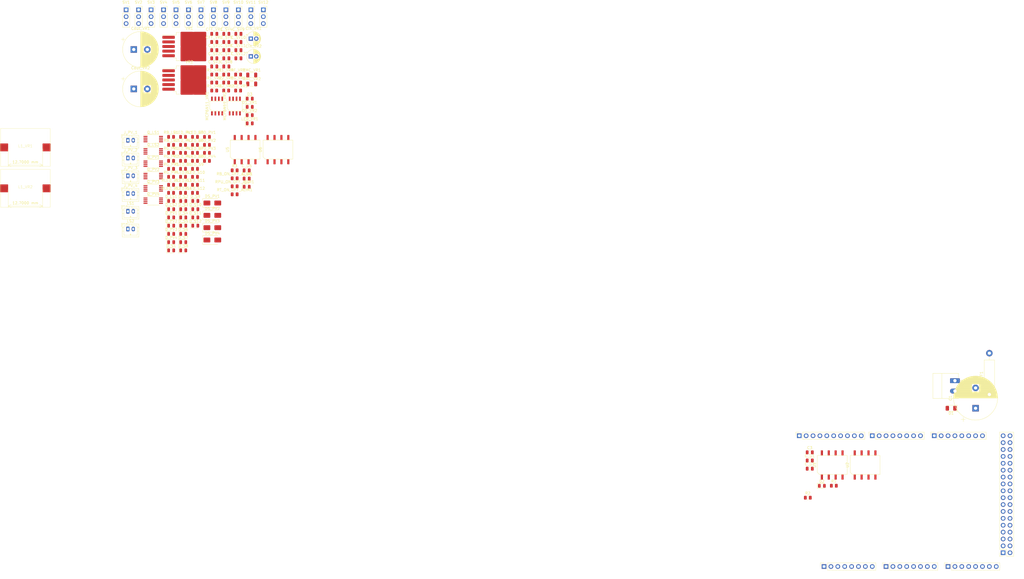
<source format=kicad_pcb>
(kicad_pcb (version 20221018) (generator pcbnew)
  (title_block (date "mar. 31 mars 2015"))
  (layers (0 "F.Cu" signal) (31 "B.Cu" signal) (34 "B.Paste" user) (35 "F.Paste" user) (36 "B.SilkS" user "B.Silkscreen") (37 "F.SilkS" user "F.Silkscreen") (38 "B.Mask" user) (39 "F.Mask" user) (44 "Edge.Cuts" user))
  (net 0 "")
  (net 1 "GND")
  (net 2 "/*52")
  (net 3 "/53")
  (net 4 "/50")
  (net 5 "/51")
  (net 6 "/48")
  (net 7 "/49")
  (net 8 "/*46")
  (net 9 "/47")
  (net 10 "/*44")
  (net 11 "/*45")
  (net 12 "/42")
  (net 13 "/43")
  (net 14 "/40")
  (net 15 "/41")
  (net 16 "/38")
  (net 17 "/39")
  (net 18 "/36")
  (net 19 "12V")
  (net 20 "/34")
  (net 21 "Net-(D1_VR1-K)")
  (net 22 "/32")
  (net 23 "/33")
  (net 24 "/30")
  (net 25 "/31")
  (net 26 "/28")
  (net 27 "/29")
  (net 28 "/26")
  (net 29 "/27")
  (net 30 "Net-(VR1-Feedback)")
  (net 31 "Net-(D1_VR2-K)")
  (net 32 "Net-(VR2-Feedback)")
  (net 33 "Net-(MCP6N11_VR1-VIP)")
  (net 34 "+5V")
  (net 35 "/IOREF")
  (net 36 "Net-(MCP6N11_VR2-VIP)")
  (net 37 "6V_1")
  (net 38 "/A2")
  (net 39 "/A3")
  (net 40 "/A4")
  (net 41 "/A5")
  (net 42 "/A6")
  (net 43 "/A7")
  (net 44 "/A8")
  (net 45 "/A9")
  (net 46 "/A10")
  (net 47 "/A11")
  (net 48 "/A12")
  (net 49 "/A13")
  (net 50 "/A14")
  (net 51 "/A15")
  (net 52 "/AREF")
  (net 53 "/*13")
  (net 54 "6V_2")
  (net 55 "6V2")
  (net 56 "Net-(D3-A)")
  (net 57 "Net-(D4-A)")
  (net 58 "Net-(DS_PV1-K)")
  (net 59 "Net-(DS_PV1-A)")
  (net 60 "Net-(DS_PV2-K)")
  (net 61 "Net-(DS_PV2-A)")
  (net 62 "Net-(DS_PV3-K)")
  (net 63 "Net-(DS_PV3-A)")
  (net 64 "Net-(DS_PV4-K)")
  (net 65 "Net-(DS_PV4-A)")
  (net 66 "Net-(D_LS1-K)")
  (net 67 "+3V3")
  (net 68 "/TX3{slash}14")
  (net 69 "/RX3{slash}15")
  (net 70 "/TX2{slash}16")
  (net 71 "/RX2{slash}17")
  (net 72 "/TX1{slash}18")
  (net 73 "/RX1{slash}19")
  (net 74 "Net-(D2-A)")
  (net 75 "SCL")
  (net 76 "VCC")
  (net 77 "/~{RESET}")
  (net 79 "Net-(J8-Pin_1)")
  (net 80 "SDA")
  (net 82 "Net-(D_LS1-A)")
  (net 86 "Net-(D_LS2-K)")
  (net 89 "Net-(D_LS2-A)")
  (net 90 "Net-(D_PV1-A)")
  (net 91 "Net-(D_PV2-A)")
  (net 92 "Net-(D_PV3-A)")
  (net 93 "Net-(D_PV4-A)")
  (net 94 "SERVO_1")
  (net 95 "Net-(D_S1-A)")
  (net 96 "SERVO_2")
  (net 97 "Net-(D_S2-A)")
  (net 98 "SERVO_3")
  (net 99 "Net-(D_S3-A)")
  (net 100 "SERVO_4")
  (net 101 "Net-(D_S4-A)")
  (net 102 "SERVO_5")
  (net 103 "Net-(D_S5-A)")
  (net 104 "SERVO_6")
  (net 105 "Net-(D_S6-A)")
  (net 106 "SERVO_7")
  (net 107 "Net-(D_S7-A)")
  (net 108 "SERVO_8")
  (net 109 "Net-(D_S8-A)")
  (net 110 "SERVO_9")
  (net 111 "Net-(D_S9-A)")
  (net 112 "SERVO_10")
  (net 113 "Net-(D_S10-A)")
  (net 114 "SERVO_11")
  (net 115 "Net-(D_S11-A)")
  (net 116 "SERVO_12")
  (net 117 "Net-(D_S12-A)")
  (net 118 "CURRENT_VR2")
  (net 119 "CURRENT_VR1")
  (net 120 "ON{slash}OFF")
  (net 121 "LEDS_2")
  (net 122 "LEDS_1")
  (net 123 "CON_PV3")
  (net 124 "CON_PV4")
  (net 125 "CON_PV1")
  (net 126 "CON_PV2")
  (net 127 "6V1")
  (net 128 "Net-(LED_VR1-A)")
  (net 129 "Net-(MCP6N11_VR1-VFG)")
  (net 130 "Net-(MCP6N11_VR2-VFG)")
  (net 133 "Net-(Q_LS1-G)")
  (net 139 "Net-(Q_LS2-G)")
  (net 143 "Net-(Q_PV1-G)")
  (net 144 "Net-(Q_PV2-G)")
  (net 145 "Net-(Q_PV3-G)")
  (net 146 "Net-(Q_PV4-G)")
  (net 147 "Net-(RB_ON_OFF_ALIM1-Pad1)")
  (footprint "Connector_PinSocket_2.54mm:PinSocket_2x18_P2.54mm_Vertical" (layer "F.Cu") (at 193.98 92.38 180)
    (fp_text reference "J7" hide)
    (fp_text value "Digital")
    (pad "1" thru_hole rect locked (at 0 0 180) (size 1.7 1.7) (drill 1) (layers "*.Cu" "*.Mask") (net 1 "GND"))
    (pad "2" thru_hole oval locked (at -2.54 0 180) (size 1.7 1.7) (drill 1) (layers "*.Cu" "*.Mask") (net 1 "GND"))
    (pad "3" thru_hole oval locked (at 0 2.54 180) (size 1.7 1.7) (drill 1) (layers "*.Cu" "*.Mask") (net 2 "/*52"))
    (pad "4" thru_hole oval locked (at -2.54 2.54 180) (size 1.7 1.7) (drill 1) (layers "*.Cu" "*.Mask") (net 3 "/53"))
    (pad "5" thru_hole oval locked (at 0 5.08 180) (size 1.7 1.7) (drill 1) (layers "*.Cu" "*.Mask") (net 4 "/50"))
    (pad "6" thru_hole oval locked (at -2.54 5.08 180) (size 1.7 1.7) (drill 1) (layers "*.Cu" "*.Mask") (net 5 "/51"))
    (pad "7" thru_hole oval locked (at 0 7.62 180) (size 1.7 1.7) (drill 1) (layers "*.Cu" "*.Mask") (net 6 "/48"))
    (pad "8" thru_hole oval locked (at -2.54 7.62 180) (size 1.7 1.7) (drill 1) (layers "*.Cu" "*.Mask") (net 7 "/49"))
    (pad "9" thru_hole oval locked (at 0 10.16 180) (size 1.7 1.7) (drill 1) (layers "*.Cu" "*.Mask") (net 8 "/*46"))
    (pad "10" thru_hole oval locked (at -2.54 10.16 180) (size 1.7 1.7) (drill 1) (layers "*.Cu" "*.Mask") (net 9 "/47"))
    (pad "11" thru_hole oval locked (at 0 12.7 180) (size 1.7 1.7) (drill 1) (layers "*.Cu" "*.Mask") (net 10 "/*44"))
    (pad "12" thru_hole oval locked (at -2.54 12.7 180) (size 1.7 1.7) (drill 1) (layers "*.Cu" "*.Mask") (net 11 "/*45"))
    (pad "13" thru_hole oval locked (at 0 15.24 180) (size 1.7 1.7) (drill 1) (layers "*.Cu" "*.Mask") (net 12 "/42"))
    (pad "14" thru_hole oval locked (at -2.54 15.24 180) (size 1.7 1.7) (drill 1) (layers "*.Cu" "*.Mask") (net 13 "/43"))
    (pad "15" thru_hole oval locked (at 0 17.78 180) (size 1.7 1.7) (drill 1) (layers "*.Cu" "*.Mask") (net 14 "/40"))
    (pad "16" thru_hole oval locked (at -2.54 17.78 180) (size 1.7 1.7) (drill 1) (layers "*.Cu" "*.Mask") (net 15 "/41"))
    (pad "17" thru_hole oval locked (at 0 20.32 180) (size 1.7 1.7) (drill 1) (layers "*.Cu" "*.Mask") (net 16 "/38"))
    (pad "18" thru_hole oval locked (at -2.54 20.32 180) (size 1.7 1.7) (drill 1) (layers "*.Cu" "*.Mask") (net 17 "/39"))
    (pad "19" thru_hole oval locked (at 0 22.86 180) (size 1.7 1.7) (drill 1) (layers "*.Cu" "*.Mask") (net 18 "/36"))
    (pad "20" thru_hole oval locked (at -2.54 22.86 180) (size 1.7 1.7) (drill 1) (layers "*.Cu" "*.Mask") (net 121 "LEDS_2"))
    (pad "21" thru_hole oval locked (at 0 25.4 180) (size 1.7 1.7) (drill 1) (layers "*.Cu" "*.Mask") (net 20 "/34"))
    (pad "22" thru_hole oval locked (at -2.54 25.4 180) (size 1.7 1.7) (drill 1) (layers "*.Cu" "*.Mask") (net 122 "LEDS_1"))
    (pad "23" thru_hole oval locked (at 0 27.94 180) (size 1.7 1.7) (drill 1) (layers "*.Cu" "*.Mask") (net 22 "/32"))
    (pad "24" thru_hole oval locked (at -2.54 27.94 180) (size 1.7 1.7) (drill 1) (layers "*.Cu" "*.Mask") (net 23 "/33"))
    (pad "25" thru_hole oval locked (at 0 30.48 180) (size 1.7 1.7) (drill 1) (layers "*.Cu" "*.Mask") (net 24 "/30"))
    (pad "26" thru_hole oval locked (at -2.54 30.48 180) (size 1.7 1.7) (drill 1) (layers "*.Cu" "*.Mask") (net 25 "/31"))
    (pad "27" thru_hole oval locked (at 0 33.02 180) (size 1.7 1.7) (drill 1) (layers "*.Cu" "*.Mask") (net 26 "/28"))
    (pad "28" thru_hole oval locked (at -2.54 33.02 180) (size 1.7 1.7) (drill 1) (layers "*.Cu" "*.Mask") (net 27 "/29"))
    (pad "29" thru_hole oval locked (at 0 35.56 180) (size 1.7 1.7) (drill 1) (layers "*.Cu" "*.Mask") (net 28 "/26"))
    (pad "30" thru_hole oval locked (at -2.54 35.56 180) (size 1.7 1.7) (drill 1) (layers "*.Cu" "*.Mask") (net 29 "/27"))
    (pad "31" thru_hole oval locked (at 0 38.1 180) (size 1.7 1.7) (drill 1) (layers "*.Cu" "*.Mask") (net 123 "CON_PV3"))
    (pad "32" thru_hole oval locked (at -2.54 38.1 180) (size 1.7 1.7) (drill 1) (layers "*.Cu" "*.Mask") (net 124 "CON_PV4"))
    (pad "33" thru_hole oval locked (at 0 40.64 180) (size 1.7 1.7) (drill 1) (layers "*.Cu" "*.Mask") (net 125 "CON_PV1"))
    (pad "34" thru_hole oval locked (at -2.54 40.64 180) (size 1.7 1.7) (drill 1) (layers "*.Cu" "*.Mask") (net 126 "CON_PV2"))
    (pad "35" thru_hole oval locked (at 0 43.18 180) (size 1.7 1.7) (drill 1) (layers "*.Cu" "*.Mask") (net 34 "+5V"))
    (pad "36" thru_hole oval locked (at -2.54 43.18 180) (size 1.7 1.7) (drill 1) (layers "*.Cu" "*.Mask") (net 34 "+5V"))
  )
  (footprint "Connector_PinSocket_2.54mm:PinSocket_1x08_P2.54mm_Vertical" (layer "F.Cu") (at 127.94 97.46 90)
    (fp_text reference "J1" hide)
    (fp_text value "Power")
    (pad "1" thru_hole rect locked (at 0 0 90) (size 1.7 1.7) (drill 1) (layers "*.Cu" "*.Mask"))
    (pad "2" thru_hole oval locked (at 0 2.54 90) (size 1.7 1.7) (drill 1) (layers "*.Cu" "*.Mask") (net 35 "/IOREF"))
    (pad "3" thru_hole oval locked (at 0 5.08 90) (size 1.7 1.7) (drill 1) (layers "*.Cu" "*.Mask") (net 77 "/~{RESET}"))
    (pad "4" thru_hole oval locked (at 0 7.62 90) (size 1.7 1.7) (drill 1) (layers "*.Cu" "*.Mask") (net 67 "+3V3"))
    (pad "5" thru_hole oval locked (at 0 10.16 90) (size 1.7 1.7) (drill 1) (layers "*.Cu" "*.Mask") (net 34 "+5V"))
    (pad "6" thru_hole oval locked (at 0 12.7 90) (size 1.7 1.7) (drill 1) (layers "*.Cu" "*.Mask") (net 1 "GND"))
    (pad "7" thru_hole oval locked (at 0 15.24 90) (size 1.7 1.7) (drill 1) (layers "*.Cu" "*.Mask") (net 1 "GND"))
    (pad "8" thru_hole oval locked (at 0 17.78 90) (size 1.7 1.7) (drill 1) (layers "*.Cu" "*.Mask") (net 76 "VCC"))
  )
  (footprint "Connector_PinSocket_2.54mm:PinSocket_1x08_P2.54mm_Vertical" (layer "F.Cu") (at 150.8 97.46 90)
    (fp_text reference "J3" hide)
    (fp_text value "Analog")
    (pad "1" thru_hole rect locked (at 0 0 90) (size 1.7 1.7) (drill 1) (layers "*.Cu" "*.Mask") (net 118 "CURRENT_VR2"))
    (pad "2" thru_hole oval locked (at 0 2.54 90) (size 1.7 1.7) (drill 1) (layers "*.Cu" "*.Mask") (net 119 "CURRENT_VR1"))
    (pad "3" thru_hole oval locked (at 0 5.08 90) (size 1.7 1.7) (drill 1) (layers "*.Cu" "*.Mask") (net 38 "/A2"))
    (pad "4" thru_hole oval locked (at 0 7.62 90) (size 1.7 1.7) (drill 1) (layers "*.Cu" "*.Mask") (net 39 "/A3"))
    (pad "5" thru_hole oval locked (at 0 10.16 90) (size 1.7 1.7) (drill 1) (layers "*.Cu" "*.Mask") (net 40 "/A4"))
    (pad "6" thru_hole oval locked (at 0 12.7 90) (size 1.7 1.7) (drill 1) (layers "*.Cu" "*.Mask") (net 41 "/A5"))
    (pad "7" thru_hole oval locked (at 0 15.24 90) (size 1.7 1.7) (drill 1) (layers "*.Cu" "*.Mask") (net 42 "/A6"))
    (pad "8" thru_hole oval locked (at 0 17.78 90) (size 1.7 1.7) (drill 1) (layers "*.Cu" "*.Mask") (net 43 "/A7"))
  )
  (footprint "Connector_PinSocket_2.54mm:PinSocket_1x08_P2.54mm_Vertical" (layer "F.Cu") (at 173.66 97.46 90)
    (fp_text reference "J5" hide)
    (fp_text value "Analog")
    (pad "1" thru_hole rect locked (at 0 0 90) (size 1.7 1.7) (drill 1) (layers "*.Cu" "*.Mask") (net 44 "/A8"))
    (pad "2" thru_hole oval locked (at 0 2.54 90) (size 1.7 1.7) (drill 1) (layers "*.Cu" "*.Mask") (net 45 "/A9"))
    (pad "3" thru_hole oval locked (at 0 5.08 90) (size 1.7 1.7) (drill 1) (layers "*.Cu" "*.Mask") (net 46 "/A10"))
    (pad "4" thru_hole oval locked (at 0 7.62 90) (size 1.7 1.7) (drill 1) (layers "*.Cu" "*.Mask") (net 47 "/A11"))
    (pad "5" thru_hole oval locked (at 0 10.16 90) (size 1.7 1.7) (drill 1) (layers "*.Cu" "*.Mask") (net 48 "/A12"))
    (pad "6" thru_hole oval locked (at 0 12.7 90) (size 1.7 1.7) (drill 1) (layers "*.Cu" "*.Mask") (net 49 "/A13"))
    (pad "7" thru_hole oval locked (at 0 15.24 90) (size 1.7 1.7) (drill 1) (layers "*.Cu" "*.Mask") (net 50 "/A14"))
    (pad "8" thru_hole oval locked (at 0 17.78 90) (size 1.7 1.7) (drill 1) (layers "*.Cu" "*.Mask") (net 51 "/A15"))
  )
  (footprint "Connector_PinSocket_2.54mm:PinSocket_1x10_P2.54mm_Vertical" (layer "F.Cu") (at 118.796 49.2 90)
    (fp_text reference "J2" hide)
    (fp_text value "PWM")
    (pad "1" thru_hole rect locked (at 0 0 90) (size 1.7 1.7) (drill 1) (layers "*.Cu" "*.Mask") (net 75 "SCL"))
    (pad "2" thru_hole oval locked (at 0 2.54 90) (size 1.7 1.7) (drill 1) (layers "*.Cu" "*.Mask") (net 80 "SDA"))
    (pad "3" thru_hole oval locked (at 0 5.08 90) (size 1.7 1.7) (drill 1) (layers "*.Cu" "*.Mask") (net 52 "/AREF"))
    (pad "4" thru_hole oval locked (at 0 7.62 90) (size 1.7 1.7) (drill 1) (layers "*.Cu" "*.Mask") (net 1 "GND"))
    (pad "5" thru_hole oval locked (at 0 10.16 90) (size 1.7 1.7) (drill 1) (layers "*.Cu" "*.Mask") (net 53 "/*13"))
    (pad "6" thru_hole oval locked (at 0 12.7 90) (size 1.7 1.7) (drill 1) (layers "*.Cu" "*.Mask") (net 116 "SERVO_12"))
    (pad "7" thru_hole oval locked (at 0 15.24 90) (size 1.7 1.7) (drill 1) (layers "*.Cu" "*.Mask") (net 114 "SERVO_11"))
    (pad "8" thru_hole oval locked (at 0 17.78 90) (size 1.7 1.7) (drill 1) (layers "*.Cu" "*.Mask") (net 112 "SERVO_10"))
    (pad "9" thru_hole oval locked (at 0 20.32 90) (size 1.7 1.7) (drill 1) (layers "*.Cu" "*.Mask") (net 110 "SERVO_9"))
    (pad "10" thru_hole oval locked (at 0 22.86 90) (size 1.7 1.7) (drill 1) (layers "*.Cu" "*.Mask") (net 108 "SERVO_8"))
  )
  (footprint "Connector_PinSocket_2.54mm:PinSocket_1x08_P2.54mm_Vertical" (layer "F.Cu") (at 145.72 49.2 90)
    (fp_text reference "J4" hide)
    (fp_text value "PWM")
    (pad "1" thru_hole rect locked (at 0 0 90) (size 1.7 1.7) (drill 1) (layers "*.Cu" "*.Mask") (net 106 "SERVO_7"))
    (pad "2" thru_hole oval locked (at 0 2.54 90) (size 1.7 1.7) (drill 1) (layers "*.Cu" "*.Mask") (net 120 "ON{slash}OFF"))
    (pad "3" thru_hole oval locked (at 0 5.08 90) (size 1.7 1.7) (drill 1) (layers "*.Cu" "*.Mask") (net 104 "SERVO_6"))
    (pad "4" thru_hole oval locked (at 0 7.62 90) (size 1.7 1.7) (drill 1) (layers "*.Cu" "*.Mask") (net 102 "SERVO_5"))
    (pad "5" thru_hole oval locked (at 0 10.16 90) (size 1.7 1.7) (drill 1) (layers "*.Cu" "*.Mask") (net 100 "SERVO_4"))
    (pad "6" thru_hole oval locked (at 0 12.7 90) (size 1.7 1.7) (drill 1) (layers "*.Cu" "*.Mask") (net 98 "SERVO_3"))
    (pad "7" thru_hole oval locked (at 0 15.24 90) (size 1.7 1.7) (drill 1) (layers "*.Cu" "*.Mask") (net 96 "SERVO_2"))
    (pad "8" thru_hole oval locked (at 0 17.78 90) (size 1.7 1.7) (drill 1) (layers "*.Cu" "*.Mask") (net 94 "SERVO_1"))
  )
  (footprint "Connector_PinSocket_2.54mm:PinSocket_1x08_P2.54mm_Vertical" (layer "F.Cu") (at 168.58 49.2 90)
    (fp_text reference "J6" hide)
    (fp_text value "Communication")
    (pad "1" thru_hole rect locked (at 0 0 90) (size 1.7 1.7) (drill 1) (layers "*.Cu" "*.Mask") (net 68 "/TX3{slash}14"))
    (pad "2" thru_hole oval locked (at 0 2.54 90) (size 1.7 1.7) (drill 1) (layers "*.Cu" "*.Mask") (net 69 "/RX3{slash}15"))
    (pad "3" thru_hole oval locked (at 0 5.08 90) (size 1.7 1.7) (drill 1) (layers "*.Cu" "*.Mask") (net 70 "/TX2{slash}16"))
    (pad "4" thru_hole oval locked (at 0 7.62 90) (size 1.7 1.7) (drill 1) (layers "*.Cu" "*.Mask") (net 71 "/RX2{slash}17"))
    (pad "5" thru_hole oval locked (at 0 10.16 90) (size 1.7 1.7) (drill 1) (layers "*.Cu" "*.Mask") (net 72 "/TX1{slash}18"))
    (pad "6" thru_hole oval locked (at 0 12.7 90) (size 1.7 1.7) (drill 1) (layers "*.Cu" "*.Mask") (net 73 "/RX1{slash}19"))
    (pad "7" thru_hole oval locked (at 0 15.24 90) (size 1.7 1.7) (drill 1) (layers "*.Cu" "*.Mask") (net 80 "SDA"))
    (pad "8" thru_hole oval locked (at 0 17.78 90) (size 1.7 1.7) (drill 1) (layers "*.Cu" "*.Mask") (net 75 "SCL"))
  )
  (footprint "Capacitor_SMD:C_0805_2012Metric" (layer "F.Cu") (at -92.477 -87.099)
    (fp_text reference "C_SV8" (at 0 -1.68) (layer "F.SilkS"))
    (fp_text value "100nF")
    (pad "1" smd roundrect (at -0.95 0) (size 1 1.45) (layers "F.Cu" "F.Paste" "F.Mask") (net 54 "6V_2"))
    (pad "2" smd roundrect (at 0.95 0) (size 1 1.45) (layers "F.Cu" "F.Paste" "F.Mask") (net 1 "GND"))
  )
  (footprint "Connector_PinSocket_2.54mm:PinSocket_1x03_P2.54mm_Vertical" (layer "F.Cu") (at -97.237 -108.019)
    (fp_text reference "SV8" (at 0 -2.77) (layer "F.SilkS"))
    (fp_text value "Conn_01x03_Pin")
    (pad "1" thru_hole rect (at 0 0) (size 1.7 1.7) (drill 1) (layers "*.Cu" "*.Mask") (net 108 "SERVO_8"))
    (pad "2" thru_hole oval (at 0 2.54) (size 1.7 1.7) (drill 1) (layers "*.Cu" "*.Mask") (net 54 "6V_2"))
    (pad "3" thru_hole oval (at 0 5.08) (size 1.7 1.7) (drill 1) (layers "*.Cu" "*.Mask") (net 1 "GND"))
  )
  (footprint "Resistor_SMD:R_0805_2012Metric" (layer "F.Cu") (at 131.545 67.64)
    (fp_text reference "R1" (at 0 -1.65) (layer "F.SilkS"))
    (fp_text value "253")
    (pad "1" smd roundrect (at -0.9125 0) (size 1.025 1.4) (layers "F.Cu" "F.Paste" "F.Mask") (roundrect_rratio 0.243902) (net 74 "Net-(D2-A)"))
    (pad "2" smd roundrect (at 0.9125 0) (size 1.025 1.4) (layers "F.Cu" "F.Paste" "F.Mask") (roundrect_rratio 0.243902) (net 1 "GND"))
  )
  (footprint "Resistor_SMD:R_0805_2012Metric" (layer "F.Cu") (at -96.947 -81.169)
    (fp_text reference "R1_VR2" (at 0 -1.65) (layer "F.SilkS"))
    (fp_text value "38.8k")
    (pad "1" smd roundrect (at -0.9125 0) (size 1.025 1.4) (layers "F.Cu" "F.Paste" "F.Mask") (roundrect_rratio 0.243902) (net 31 "Net-(D1_VR2-K)"))
    (pad "2" smd roundrect (at 0.9125 0) (size 1.025 1.4) (layers "F.Cu" "F.Paste" "F.Mask") (roundrect_rratio 0.243902) (net 32 "Net-(VR2-Feedback)"))
  )
  (footprint "Resistor_SMD:R_0805_2012Metric" (layer "F.Cu") (at -112.857 -43.409)
    (fp_text reference "RLED_LS1" (at 0 -1.65) (layer "F.SilkS"))
    (fp_text value "720")
    (pad "1" smd roundrect (at -0.9125 0) (size 1.025 1.4) (layers "F.Cu" "F.Paste" "F.Mask") (roundrect_rratio 0.243902) (net 82 "Net-(D_LS1-A)"))
    (pad "2" smd roundrect (at 0.9125 0) (size 1.025 1.4) (layers "F.Cu" "F.Paste" "F.Mask") (roundrect_rratio 0.243902) (net 1 "GND"))
  )
  (footprint "LED_SMD:LED_0805_2012Metric" (layer "F.Cu") (at 127.135 67.685)
    (fp_text reference "D2" (at 0 -1.65) (layer "F.SilkS"))
    (fp_text value "LED")
    (pad "1" smd roundrect (at -0.9375 0) (size 0.975 1.4) (layers "F.Cu" "F.Paste" "F.Mask") (net 34 "+5V"))
    (pad "2" smd roundrect (at 0.9375 0) (size 0.975 1.4) (layers "F.Cu" "F.Paste" "F.Mask") (net 74 "Net-(D2-A)"))
  )
  (footprint "Resistor_SMD:R_0805_2012Metric" (layer "F.Cu") (at -104.037 -55.209)
    (fp_text reference "RLED_S7" (at 0 -1.65) (layer "F.SilkS"))
    (fp_text value "320")
    (pad "1" smd roundrect (at -0.9125 0) (size 1.025 1.4) (layers "F.Cu" "F.Paste" "F.Mask") (roundrect_rratio 0.243902) (net 107 "Net-(D_S7-A)"))
    (pad "2" smd roundrect (at 0.9125 0) (size 1.025 1.4) (layers "F.Cu" "F.Paste" "F.Mask") (roundrect_rratio 0.243902) (net 1 "GND"))
  )
  (footprint "Connector_JST:JST_PH_B2B-PH-K_1x02_P2.00mm_Vertical" (layer "F.Cu") (at -128.787 -59.859)
    (fp_text reference "J_PV_1" (at 1 -2.9) (layer "F.SilkS"))
    (fp_text value "~")
    (pad "1" thru_hole roundrect (at 0 0) (size 1.2 1.75) (drill 0.75) (layers "*.Cu" "*.Mask") (roundrect_rratio 0.208333) (net 19 "12V"))
    (pad "2" thru_hole oval (at 2 0) (size 1.2 1.75) (drill 0.75) (layers "*.Cu" "*.Mask") (net 58 "Net-(DS_PV1-K)"))
  )
  (footprint "Capacitor_SMD:C_0805_2012Metric" (layer "F.Cu") (at -84.987 -45.719)
    (fp_text reference "C_U6" (at 0 -1.68) (layer "F.SilkS"))
    (fp_text value "10pF")
    (pad "1" smd roundrect (at -0.95 0) (size 1 1.45) (layers "F.Cu" "F.Paste" "F.Mask") (net 34 "+5V"))
    (pad "2" smd roundrect (at 0.95 0) (size 1 1.45) (layers "F.Cu" "F.Paste" "F.Mask") (net 1 "GND"))
  )
  (footprint "Krabi:SOIC-8-11mmx7mm outside pad 1.9" (layer "F.Cu") (at 143.07 59.99)
    (fp_text reference "U2" (at -6.5 0 90) (layer "F.SilkS"))
    (fp_text value "XGZP6897D_differential_pressure_sensor")
    (pad "1" smd rect (at -3.81 4.45) (size 0.8 1.9) (layers "F.Cu" "F.Paste" "F.Mask"))
    (pad "2" smd rect (at -1.27 4.45) (size 0.8 1.9) (layers "F.Cu" "F.Paste" "F.Mask") (net 34 "+5V"))
    (pad "3" smd rect (at 1.27 4.45) (size 0.8 1.9) (layers "F.Cu" "F.Paste" "F.Mask"))
    (pad "4" smd rect (at 3.81 4.45) (size 0.8 1.9) (layers "F.Cu" "F.Paste" "F.Mask"))
    (pad "5" smd rect (at 3.81 -4.45) (size 0.8 1.9) (layers "F.Cu" "F.Paste" "F.Mask"))
    (pad "6" smd rect (at 1.27 -4.45) (size 0.8 1.9) (layers "F.Cu" "F.Paste" "F.Mask") (net 80 "SDA"))
    (pad "7" smd rect (at -1.27 -4.45) (size 0.8 1.9) (layers "F.Cu" "F.Paste" "F.Mask") (net 75 "SCL"))
    (pad "8" smd rect (at -3.81 -4.45) (size 0.8 1.9) (layers "F.Cu" "F.Paste" "F.Mask") (net 1 "GND"))
  )
  (footprint "LED_SMD:LED_0805_2012Metric" (layer "F.Cu") (at -83.847 -66.104)
    (fp_text reference "LED_VR1" (at 0 -1.65) (layer "F.SilkS"))
    (fp_text value "LED")
    (pad "1" smd roundrect (at -0.9375 0) (size 0.975 1.4) (layers "F.Cu" "F.Paste" "F.Mask") (net 127 "6V1"))
    (pad "2" smd roundrect (at 0.9375 0) (size 0.975 1.4) (layers "F.Cu" "F.Paste" "F.Mask") (net 128 "Net-(LED_VR1-A)"))
  )
  (footprint "Resistor_SMD:R_0805_2012Metric" (layer "F.Cu") (at -89.417 -42.859)
    (fp_text reference "RPU_ON_OFF_ALIM1" (at 0 -1.65) (layer "F.SilkS"))
    (fp_text value "20k")
    (pad "1" smd roundrect (at -0.9125 0) (size 1.025 1.4) (layers "F.Cu" "F.Paste" "F.Mask") (roundrect_rratio 0.243902) (net 147 "Net-(RB_ON_OFF_ALIM1-Pad1)"))
    (pad "2" smd roundrect (at 0.9125 0) (size 1.025 1.4) (layers "F.Cu" "F.Paste" "F.Mask") (roundrect_rratio 0.243902) (net 120 "ON{slash}OFF"))
  )
  (footprint "Package_TO_SOT_SMD:TO-263-5_TabPin6" (layer "F.Cu") (at -106.127 -82.119)
    (fp_text reference "VR2" (at 0 -6.65) (layer "F.SilkS"))
    (fp_text value "LM2596s")
    (pad "1" smd roundrect (at -7.65 -3.4) (size 4.6 1.1) (layers "F.Cu" "F.Paste" "F.Mask") (roundrect_rratio 0.227273) (net 19 "12V"))
    (pad "2" smd roundrect (at -7.65 -1.7) (size 4.6 1.1) (layers "F.Cu" "F.Paste" "F.Mask") (roundrect_rratio 0.227273) (net 31 "Net-(D1_VR2-K)"))
    (pad "3" smd roundrect (at -7.65 0) (size 4.6 1.1) (layers "F.Cu" "F.Paste" "F.Mask") (roundrect_rratio 0.227273) (net 1 "GND"))
    (pad "4" smd roundrect (at -7.65 1.7) (size 4.6 1.1) (layers "F.Cu" "F.Paste" "F.Mask") (roundrect_rratio 0.227273) (net 32 "Net-(VR2-Feedback)"))
    (pad "5" smd roundrect (at -7.65 3.4) (size 4.6 1.1) (layers "F.Cu" "F.Paste" "F.Mask") (roundrect_rratio 0.227273) (net 120 "ON{slash}OFF"))
    (pad "6" smd roundrect (at -0.925 -2.775) (size 4.55 5.25) (layers "F.Cu" "F.Paste") (roundrect_rratio 0.054945))
    (pad "6" smd roundrect (at -0.925 2.775) (size 4.55 5.25) (layers "F.Cu" "F.Paste") (roundrect_rratio 0.054945))
    (pad "6" smd roundrect (at 1.5 0) (size 9.4 10.8) (layers "F.Cu" "F.Mask") (roundrect_rratio 0.026596))
    (pad "6" smd roundrect (at 3.925 -2.775) (size 4.55 5.25) (layers "F.Cu" "F.Paste") (roundrect_rratio 0.054945))
    (pad "6" smd roundrect (at 3.925 2.775) (size 4.55 5.25) (layers "F.Cu" "F.Paste") (roundrect_rratio 0.054945))
  )
  (footprint "Resistor_SMD:R_0805_2012Metric" (layer "F.Cu") (at -112.857 -46.359)
    (fp_text reference "RG_PV4" (at 0 -1.65) (layer "F.SilkS"))
    (fp_text value "50")
    (pad "1" smd roundrect (at -0.9125 0) (size 1.025 1.4) (layers "F.Cu" "F.Paste" "F.Mask") (roundrect_rratio 0.243902) (net 124 "CON_PV4"))
    (pad "2" smd roundrect (at 0.9125 0) (size 1.025 1.4) (layers "F.Cu" "F.Paste" "F.Mask") (roundrect_rratio 0.243902) (net 146 "Net-(Q_PV4-G)"))
  )
  (footprint "Capacitor_SMD:C_0805_2012Metric" (layer "F.Cu") (at -92.477 -90.109)
    (fp_text reference "C_SV7" (at 0 -1.68) (layer "F.SilkS"))
    (fp_text value "100nF")
    (pad "1" smd roundrect (at -0.95 0) (size 1 1.45) (layers "F.Cu" "F.Paste" "F.Mask") (net 54 "6V_2"))
    (pad "2" smd roundrect (at 0.95 0) (size 1 1.45) (layers "F.Cu" "F.Paste" "F.Mask") (net 1 "GND"))
  )
  (footprint "LED_SMD:LED_0805_2012Metric" (layer "F.Cu") (at -112.817 -37.464)
    (fp_text reference "D_LS1" (at 0 -1.65) (layer "F.SilkS"))
    (fp_text value "LED")
    (pad "1" smd roundrect (at -0.9375 0) (size 0.975 1.4) (layers "F.Cu" "F.Paste" "F.Mask") (net 66 "Net-(D_LS1-K)"))
    (pad "2" smd roundrect (at 0.9375 0) (size 0.975 1.4) (layers "F.Cu" "F.Paste" "F.Mask") (net 82 "Net-(D_LS1-A)"))
  )
  (footprint "Arduino_MountingHole:MountingHole_3.2mm" (layer "F.Cu") (at 196.52 97.46)
    (fp_text reference "MH6" hide)
    (fp_text value "MountingHole_3.2mm" hide)
    (pad "" np_thru_hole circle locked (at 0 0) (size 3.2 3.2) (drill 3.2) (layers "*.Cu" "*.Mask"))
  )
  (footprint "Resistor_SMD:R_0805_2012Metric" (layer "F.Cu") (at -104.037 -46.359)
    (fp_text reference "RLED_S10" (at 0 -1.65) (layer "F.SilkS"))
    (fp_text value "320")
    (pad "1" smd roundrect (at -0.9125 0) (size 1.025 1.4) (layers "F.Cu" "F.Paste" "F.Mask") (roundrect_rratio 0.243902) (net 113 "Net-(D_S10-A)"))
    (pad "2" smd roundrect (at 0.9125 0) (size 1.025 1.4) (layers "F.Cu" "F.Paste" "F.Mask") (roundrect_rratio 0.243902) (net 1 "GND"))
  )
  (footprint "Resistor_SMD:R_0805_2012Metric" (layer "F.Cu") (at -99.627 -58.159)
    (fp_text reference "RPD_PV2" (at 0 -1.65) (layer "F.SilkS"))
    (fp_text value "10k")
    (pad "1" smd roundrect (at -0.9125 0) (size 1.025 1.4) (layers "F.Cu" "F.Paste" "F.Mask") (roundrect_rratio 0.243902) (net 61 "Net-(DS_PV2-A)"))
    (pad "2" smd roundrect (at 0.9125 0) (size 1.025 1.4) (layers "F.Cu" "F.Paste" "F.Mask") (roundrect_rratio 0.243902) (net 144 "Net-(Q_PV2-G)"))
  )
  (footprint "Capacitor_SMD:C_0805_2012Metric" (layer "F.Cu") (at -92.477 -93.119)
    (fp_text reference "C_SV6" (at 0 -1.68) (layer "F.SilkS"))
    (fp_text value "100nF")
    (pad "1" smd roundrect (at -0.95 0) (size 1 1.45) (layers "F.Cu" "F.Paste" "F.Mask") (net 37 "6V_1"))
    (pad "2" smd roundrect (at 0.95 0) (size 1 1.45) (layers "F.Cu" "F.Paste" "F.Mask") (net 1 "GND"))
  )
  (footprint "Connector_PinSocket_2.54mm:PinSocket_1x03_P2.54mm_Vertical" (layer "F.Cu") (at -88.037 -108.019)
    (fp_text reference "SV10" (at 0 -2.77) (layer "F.SilkS"))
    (fp_text value "Conn_01x03_Pin")
    (pad "1" thru_hole rect (at 0 0) (size 1.7 1.7) (drill 1) (layers "*.Cu" "*.Mask") (net 112 "SERVO_10"))
    (pad "2" thru_hole oval (at 0 2.54) (size 1.7 1.7) (drill 1) (layers "*.Cu" "*.Mask") (net 54 "6V_2"))
    (pad "3" thru_hole oval (at 0 5.08) (size 1.7 1.7) (drill 1) (layers "*.Cu" "*.Mask") (net 1 "GND"))
  )
  (footprint "Capacitor_SMD:C_0805_2012Metric" (layer "F.Cu") (at -88.027 -96.129)
    (fp_text reference "C_SV10" (at 0 -1.68) (layer "F.SilkS"))
    (fp_text value "100nF")
    (pad "1" smd roundrect (at -0.95 0) (size 1 1.45) (layers "F.Cu" "F.Paste" "F.Mask") (net 54 "6V_2"))
    (pad "2" smd roundrect (at 0.95 0) (size 1 1.45) (layers "F.Cu" "F.Paste" "F.Mask") (net 1 "GND"))
  )
  (footprint "Resistor_SMD:R_0805_2012Metric" (layer "F.Cu") (at -108.447 -43.409)
    (fp_text reference "RLED_S3" (at 0 -1.65) (layer "F.SilkS"))
    (fp_text value "320")
    (pad "1" smd roundrect (at -0.9125 0) (size 1.025 1.4) (layers "F.Cu" "F.Paste" "F.Mask") (roundrect_rratio 0.243902) (net 99 "Net-(D_S3-A)"))
    (pad "2" smd roundrect (at 0.9125 0) (size 1.025 1.4) (layers "F.Cu" "F.Paste" "F.Mask") (roundrect_rratio 0.243902) (net 1 "GND"))
  )
  (footprint "Connector_PinSocket_2.54mm:PinSocket_1x03_P2.54mm_Vertical" (layer "F.Cu") (at -101.837 -108.019)
    (fp_text reference "SV7" (at 0 -2.77) (layer "F.SilkS"))
    (fp_text value "Conn_01x03_Pin")
    (pad "1" thru_hole rect (at 0 0) (size 1.7 1.7) (drill 1) (layers "*.Cu" "*.Mask") (net 106 "SERVO_7"))
    (pad "2" thru_hole oval (at 0 2.54) (size 1.7 1.7) (drill 1) (layers "*.Cu" "*.Mask") (net 54 "6V_2"))
    (pad "3" thru_hole oval (at 0 5.08) (size 1.7 1.7) (drill 1) (layers "*.Cu" "*.Mask") (net 1 "GND"))
  )
  (footprint "LED_SMD:LED_0805_2012Metric" (layer "F.Cu") (at -108.367 -34.424)
    (fp_text reference "D_S3" (at 0 -1.65) (layer "F.SilkS"))
    (fp_text value "LED")
    (pad "1" smd roundrect (at -0.9375 0) (size 0.975 1.4) (layers "F.Cu" "F.Paste" "F.Mask") (net 98 "SERVO_3"))
    (pad "2" smd roundrect (at 0.9375 0) (size 0.975 1.4) (layers "F.Cu" "F.Paste" "F.Mask") (net 99 "Net-(D_S3-A)"))
  )
  (footprint "Krabi:SOIC-8-11mmx7mm outside pad 1.9" (layer "F.Cu") (at -85.562 -56.409)
    (fp_text reference "U5" (at -6.5 0 90) (layer "F.SilkS"))
    (fp_text value "XGZP6897D_differential_pressure_sensor")
    (pad "1" smd rect (at -3.81 4.45) (size 0.8 1.9) (layers "F.Cu" "F.Paste" "F.Mask"))
    (pad "2" smd rect (at -1.27 4.45) (size 0.8 1.9) (layers "F.Cu" "F.Paste" "F.Mask") (net 34 "+5V"))
    (pad "3" smd rect (at 1.27 4.45) (size 0.8 1.9) (layers "F.Cu" "F.Paste" "F.Mask"))
    (pad "4" smd rect (at 3.81 4.45) (size 0.8 1.9) (layers "F.Cu" "F.Paste" "F.Mask"))
    (pad "5" smd rect (at 3.81 -4.45) (size 0.8 1.9) (layers "F.Cu" "F.Paste" "F.Mask"))
    (pad "6" smd rect (at 1.27 -4.45) (size 0.8 1.9) (layers "F.Cu" "F.Paste" "F.Mask") (net 80 "SDA"))
    (pad "7" smd rect (at -1.27 -4.45) (size 0.8 1.9) (layers "F.Cu" "F.Paste" "F.Mask") (net 75 "SCL"))
    (pad "8" smd rect (at -3.81 -4.45) (size 0.8 1.9) (layers "F.Cu" "F.Paste" "F.Mask") (net 1 "GND"))
  )
  (footprint "LED_SMD:LED_0805_2012Metric" (layer "F.Cu") (at -108.367 -37.464)
    (fp_text reference "D_S2" (at 0 -1.65) (layer "F.SilkS"))
    (fp_text value "LED")
    (pad "1" smd roundrect (at -0.9375 0) (size 0.975 1.4) (layers "F.Cu" "F.Paste" "F.Mask") (net 96 "SERVO_2"))
    (pad "2" smd roundrect (at 0.9375 0) (size 0.975 1.4) (layers "F.Cu" "F.Paste" "F.Mask") (net 97 "Net-(D_S2-A)"))
  )
  (footprint "LED_SMD:LED_0805_2012Metric" (layer "F.Cu") (at -108.367 -19.224)
    (fp_text reference "D_S8" (at 0 -1.65) (layer "F.SilkS"))
    (fp_text value "LED")
    (pad "1" smd roundrect (at -0.9375 0) (size 0.975 1.4) (layers "F.Cu" "F.Paste" "F.Mask") (net 108 "SERVO_8"))
    (pad "2" smd roundrect (at 0.9375 0) (size 0.975 1.4) (layers "F.Cu" "F.Paste" "F.Mask") (net 109 "Net-(D_S8-A)"))
  )
  (footprint "LED_SMD:LED_0805_2012Metric" (layer "F.Cu") (at -103.917 -34.424)
    (fp_text reference "D_S10" (at 0 -1.65) (layer "F.SilkS"))
    (fp_text value "LED")
    (pad "1" smd roundrect (at -0.9375 0) (size 0.975 1.4) (layers "F.Cu" "F.Paste" "F.Mask") (net 112 "SERVO_10"))
    (pad "2" smd roundrect (at 0.9375 0) (size 0.975 1.4) (layers "F.Cu" "F.Paste" "F.Mask") (net 113 "Net-(D_S10-A)"))
  )
  (footprint "LED_SMD:LED_0805_2012Metric" (layer "F.Cu") (at -112.817 -19.224)
    (fp_text reference "D_S1" (at 0 -1.65) (layer "F.SilkS"))
    (fp_text value "LED")
    (pad "1" smd roundrect (at -0.9375 0) (size 0.975 1.4) (layers "F.Cu" "F.Paste" "F.Mask") (net 94 "SERVO_1"))
    (pad "2" smd roundrect (at 0.9375 0) (size 0.975 1.4) (layers "F.Cu" "F.Paste" "F.Mask") (net 95 "Net-(D_S1-A)"))
  )
  (footprint "Capacitor_THT:CP_Radial_D5.0mm_P2.00mm" (layer "F.Cu") (at -83.437225 -97.369)
    (fp_text reference "Cin_VR1" (at 1 -3.75) (layer "F.SilkS"))
    (fp_text value "470µF")
    (pad "1" thru_hole rect (at 0 0) (size 1.6 1.6) (drill 0.8) (layers "*.Cu" "*.Mask") (net 19 "12V"))
    (pad "2" thru_hole circle (at 2 0) (size 1.6 1.6) (drill 0.8) (layers "*.Cu" "*.Mask") (net 1 "GND"))
  )
  (footprint "Package_SO:TSSOP-8_4.4x3mm_P0.65mm" (layer "F.Cu") (at -119.437 -60.309)
    (fp_text reference "Q_LS1" (at 0 -2.45) (layer "F.SilkS"))
    (fp_text value "DMN2011UTS")
    (pad "1" smd roundrect (at -2.8625 -0.975) (size 1.475 0.4) (layers "F.Cu" "F.Paste" "F.Mask") (net 1 "GND"))
    (pad "2" smd roundrect (at -2.8625 -0.325) (size 1.475 0.4) (layers "F.Cu" "F.Paste" "F.Mask"))
    (pad "3" smd roundrect (at -2.8625 0.325) (size 1.475 0.4) (layers "F.Cu" "F.Paste" "F.Mask"))
    (pad "4" smd roundrect (at -2.8625 0.975) (size 1.475 0.4) (layers "F.Cu" "F.Paste" "F.Mask") (net 133 "Net-(Q_LS1-G)"))
    (pad "5" smd roundrect (at 2.8625 0.975) (size 1.475 0.4) (layers "F.Cu" "F.Paste" "F.Mask") (net 66 "Net-(D_LS1-K)"))
    (pad "6" smd roundrect (at 2.8625 0.325) (size 1.475 0.4) (layers "F.Cu" "F.Paste" "F.Mask"))
    (pad "7" smd roundrect (at 2.8625 -0.325) (size 1.475 0.4) (layers "F.Cu" "F.Paste" "F.Mask"))
    (pad "8" smd roundrect (at 2.8625 -0.975) (size 1.475 0.4) (layers "F.Cu" "F.Paste" "F.Mask"))
  )
  (footprint "LED_SMD:LED_0805_2012Metric" (layer "F.Cu") (at -84.967 -42.694)
    (fp_text reference "D4" (at 0 -1.65) (layer "F.SilkS"))
    (fp_text value "LED")
    (pad "1" smd roundrect (at -0.9375 0) (size 0.975 1.4) (layers "F.Cu" "F.Paste" "F.Mask") (net 19 "12V"))
    (pad "2" smd roundrect (at 0.9375 0) (size 0.975 1.4) (layers "F.Cu" "F.Paste" "F.Mask") (net 57 "Net-(D4-A)"))
  )
  (footprint "Resistor_SMD:R_0805_2012Metric" (layer "F.Cu") (at -112.857 -61.109)
    (fp_text reference "RB_LS1" (at 0 -1.65) (layer "F.SilkS"))
    (fp_text value "1.2k")
    (pad "1" smd roundrect (at -0.9125 0) (size 1.025 1.4) (layers "F.Cu" "F.Paste" "F.Mask") (roundrect_rratio 0.243902) (net 122 "LEDS_1"))
    (pad "2" smd roundrect (at 0.9125 0) (size 1.025 1.4) (layers "F.Cu" "F.Paste" "F.Mask") (roundrect_rratio 0.243902) (net 133 "Net-(Q_LS1-G)"))
  )
  (footprint "Resistor_SMD:R_1206_3216Metric" (layer "F.Cu") (at -83.117 -80.659)
    (fp_text reference "RMC_VR2" (at 0 -1.82) (layer "F.SilkS"))
    (fp_text value "10m (250mW)")
    (pad "1" smd roundrect (at -1.4625 0) (size 1.125 1.75) (layers "F.Cu" "F.Paste" "F.Mask") (roundrect_rratio 0.222222) (net 36 "Net-(MCP6N11_VR2-VIP)"))
    (pad "2" smd roundrect (at 1.4625 0) (size 1.125 1.75) (layers "F.Cu" "F.Paste" "F.Mask") (roundrect_rratio 0.222222) (net 55 "6V2"))
  )
  (footprint "Resistor_SMD:R_0805_2012Metric" (layer "F.Cu") (at -99.627 -52.259)
    (fp_text reference "RPD_PV4" (at 0 -1.65) (layer "F.SilkS"))
    (fp_text value "10k")
    (pad "1" smd roundrect (at -0.9125 0) (size 1.025 1.4) (layers "F.Cu" "F.Paste" "F.Mask") (roundrect_rratio 0.243902) (net 65 "Net-(DS_PV4-A)"))
    (pad "2" smd roundrect (at 0.9125 0) (size 1.025 1.4) (layers "F.Cu" "F.Paste" "F.Mask") (roundrect_rratio 0.243902) (net 146 "Net-(Q_PV4-G)"))
  )
  (footprint "Package_SO:TSSOP-8_4.4x3mm_P0.65mm" (layer "F.Cu") (at -119.437 -46.659)
    (fp_text reference "Q_PV2" (at 0 -2.45) (layer "F.SilkS"))
    (fp_text value "DMN2011UTS")
    (pad "1" smd roundrect (at -2.8625 -0.975) (size 1.475 0.4) (layers "F.Cu" "F.Paste" "F.Mask") (net 61 "Net-(DS_PV2-A)"))
    (pad "2" smd roundrect (at -2.8625 -0.325) (size 1.475 0.4) (layers "F.Cu" "F.Paste" "F.Mask") (net 61 "Net-(DS_PV2-A)"))
    (pad "3" smd roundrect (at -2.8625 0.325) (size 1.475 0.4) (layers "F.Cu" "F.Paste" "F.Mask") (net 61 "Net-(DS_PV2-A)"))
    (pad "4" smd roundrect (at -2.8625 0.975) (size 1.475 0.4) (layers "F.Cu" "F.Paste" "F.Mask") (net 144 "Net-(Q_PV2-G)"))
    (pad "5" smd roundrect (at 2.8625 0.975) (size 1.475 0.4) (layers "F.Cu" "F.Paste" "F.Mask") (net 60 "Net-(DS_PV2-K)"))
    (pad "6" smd roundrect (at 2.8625 0.325) (size 1.475 0.4) (layers "F.Cu" "F.Paste" "F.Mask") (net 60 "Net-(DS_PV2-K)"))
    (pad "7" smd roundrect (at 2.8625 -0.325) (size 1.475 0.4) (layers "F.Cu" "F.Paste" "F.Mask") (net 60 "Net-(DS_PV2-K)"))
    (pad "8" smd roundrect (at 2.8625 -0.975) (size 1.475 0.4) (layers "F.Cu" "F.Paste" "F.Mask") (net 60 "Net-(DS_PV2-K)"))
  )
  (footprint "Resistor_SMD:R_0805_2012Metric" (layer "F.Cu") (at -112.857 -52.259)
    (fp_text reference "RG_PV2" (at 0 -1.65) (layer "F.SilkS"))
    (fp_text value "50")
    (pad "1" smd roundrect (at -0.9125 0) (size 1.025 1.4) (layers "F.Cu" "F.Paste" "F.Mask") (roundrect_rratio 0.243902) (net 126 "CON_PV2"))
    (pad "2" smd roundrect (at 0.9125 0) (size 1.025 1.4) (layers "F.Cu" "F.Paste" "F.Mask") (roundrect_rratio 0.243902) (net 144 "Net-(Q_PV2-G)"))
  )
  (footprint "Connector_PinSocket_2.54mm:PinSocket_1x03_P2.54mm_Vertical" (layer "F.Cu") (at -78.837 -108.019)
    (fp_text reference "SV12" (at 0 -2.77) (layer "F.SilkS"))
    (fp_text value "Conn_01x03_Pin")
    (pad "1" thru_hole rect (at 0 0) (size 1.7 1.7) (drill 1) (layers "*.Cu" "*.Mask") (net 116 "SERVO_12"))
    (pad "2" thru_hole oval (at 0 2.54) (size 1.7 1.7) (drill 1) (layers "*.Cu" "*.Mask") (net 54 "6V_2"))
    (pad "3" thru_hole oval (at 0 5.08) (size 1.7 1.7) (drill 1) (layers "*.Cu" "*.Mask") (net 1 "GND"))
  )
  (footprint "Resistor_SMD:R_0805_2012Metric" (layer "F.Cu") (at -99.627 -61.109)
    (fp_text reference "RPD_PV1" (at 0 -1.65) (layer "F.SilkS"))
    (fp_text value "10k")
    (pad "1" smd roundrect (at -0.9125 0) (size 1.025 1.4) (layers "F.Cu" "F.Paste" "F.Mask") (roundrect_rratio 0.243902) (net 59 "Net-(DS_PV1-A)"))
    (pad "2" smd roundrect (at 0.9125 0) (size 1.025 1.4) (layers "F.Cu" "F.Paste" "F.Mask") (roundrect_rratio 0.243902) (net 143 "Net-(Q_PV1-G)"))
  )
  (footprint "Krabi:SOIC-8-11mmx7mm outside pad 1.9" (layer "F.Cu") (at 130.95 59.99)
    (fp_text reference "U1" (at -6.5 0 90) (layer "F.SilkS"))
    (fp_text value "XGZP6897D_differential_pressure_sensor")
    (pad "1" smd rect (at -3.81 4.45) (size 0.8 1.9) (layers "F.Cu" "F.Paste" "F.Mask"))
    (pad "2" smd rect (at -1.27 4.45) (size 0.8 1.9) (layers "F.Cu" "F.Paste" "F.Mask") (net 34 "+5V"))
    (pad "3" smd rect (at 1.27 4.45) (size 0.8 1.9) (layers "F.Cu" "F.Paste" "F.Mask"))
    (pad "4" smd rect (at 3.81 4.45) (size 0.8 1.9) (layers "F.Cu" "F.Paste" "F.Mask"))
    (pad "5" smd rect (at 3.81 -4.45) (size 0.8 1.9) (layers "F.Cu" "F.Paste" "F.Mask"))
    (pad "6" smd rect (at 1.27 -4.45) (size 0.8 1.9) (layers "F.Cu" "F.Paste" "F.Mask") (net 80 "SDA"))
    (pad "7" smd rect (at -1.27 -4.45) (size 0.8 1.9) (layers "F.Cu" "F.Paste" "F.Mask") (net 75 "SCL"))
    (pad "8" smd rect (at -3.81 -4.45) (size 0.8 1.9) (layers "F.Cu" "F.Paste" "F.Mask") (net 1 "GND"))
  )
  (footprint "Capacitor_SMD:C_0805_2012Metric" (layer "F.Cu") (at -96.927 -96.129)
    (fp_text reference "CFF_VR2" (at 0 -1.68) (layer "F.SilkS"))
    (fp_text value "3.3nF")
    (pad "1" smd roundrect (at -0.95 0) (size 1 1.45) (layers "F.Cu" "F.Paste" "F.Mask") (net 31 "Net-(D1_VR2-K)"))
    (pad "2" smd roundrect (at 0.95 0) (size 1 1.45) (layers "F.Cu" "F.Paste" "F.Mask") (net 32 "Net-(VR2-Feedback)"))
  )
  (footprint "Capacitor_SMD:C_0805_2012Metric" (layer "F.Cu") (at 122.665 61.34)
    (fp_text reference "C_U2" (at 0 -1.68) (layer "F.SilkS"))
    (fp_text value "10pF")
    (pad "1" smd roundrect (at -0.95 0) (size 1 1.45) (layers "F.Cu" "F.Paste" "F.Mask") (net 34 "+5V"))
    (pad "2" smd roundrect (at 0.95 0) (size 1 1.45) (layers "F.Cu" "F.Paste" "F.Mask") (net 1 "GND"))
  )
  (footprint "Capacitor_SMD:C_0805_2012Metric" (layer "F.Cu") (at -88.027 -90.109)
    (fp_text reference "C_SV12" (at 0 -1.68) (layer "F.SilkS"))
    (fp_text value "100nF")
    (pad "1" smd roundrect (at -0.95 0) (size 1 1.45) (layers "F.Cu" "F.Paste" "F.Mask") (net 54 "6V_2"))
    (pad "2" smd roundrect (at 0.95 0) (size 1 1.45) (layers "F.Cu" "F.Paste" "F.Mask") (net 1 "GND"))
  )
  (footprint "Resistor_SMD:R_0805_2012Metric" (layer "F.Cu") (at -92.537 -81.169)
    (fp_text reference "R2_VR1" (at 0 -1.65) (layer "F.SilkS"))
    (fp_text value "10k")
    (pad "1" smd roundrect (at -0.9125 0) (size 1.025 1.4) (layers "F.Cu" "F.Paste" "F.Mask") (roundrect_rratio 0.243902) (net 30 "Net-(VR1-Feedback)"))
    (pad "2" smd roundrect (at 0.9125 0) (size 1.025 1.4) (layers "F.Cu" "F.Paste" "F.Mask") (roundrect_rratio 0.243902) (net 1 "GND"))
  )
  (footprint "Capacitor_SMD:C_0805_2012Metric" (layer "F.Cu") (at -96.927 -90.109)
    (fp_text reference "C_SV2" (at 0 -1.68) (layer "F.SilkS"))
    (fp_text value "100nF")
    (pad "1" smd roundrect (at -0.95 0) (size 1 1.45) (layers "F.Cu" "F.Paste" "F.Mask") (net 37 "6V_1"))
    (pad "2" smd roundrect (at 0.95 0) (size 1 1.45) (layers "F.Cu" "F.Paste" "F.Mask") (net 1 "GND"))
  )
  (footprint "Capacitor_THT:CP_Radial_D5.0mm_P2.00mm" (layer "F.Cu") (at -83.437225 -90.819)
    (fp_text reference "Cin_VR2" (at 1 -3.75) (layer "F.SilkS"))
    (fp_text value "470µF")
    (pad "1" thru_hole rect (at 0 0) (size 1.6 1.6) (drill 0.8) (layers "*.Cu" "*.Mask") (net 19 "12V"))
    (pad "2" thru_hole circle (at 2 0) (size 1.6 1.6) (drill 0.8) (layers "*.Cu" "*.Mask") (net 1 "GND"))
  )
  (footprint "Connector_PinSocket_2.54mm:PinSocket_1x03_P2.54mm_Vertical" (layer "F.Cu") (at -120.237 -108.019)
    (fp_text reference "SV3" (at 0 -2.77) (layer "F.SilkS"))
    (fp_text value "Conn_01x03_Pin")
    (pad "1" thru_hole rect (at 0 0) (size 1.7 1.7) (drill 1) (layers "*.Cu" "*.Mask") (net 98 "SERVO_3"))
    (pad "2" thru_hole oval (at 0 2.54) (size 1.7 1.7) (drill 1) (layers "*.Cu" "*.Mask") (net 37 "6V_1"))
    (pad "3" thru_hole oval (at 0 5.08) (size 1.7 1.7) (drill 1) (layers "*.Cu" "*.Mask") (net 1 "GND"))
  )
  (footprint "Resistor_SMD:R_1206_3216Metric" (layer "F.Cu") (at -83.117 -83.949)
    (fp_text reference "RMC_VR1" (at 0 -1.82) (layer "F.SilkS"))
    (fp_text value "10m (250mW)")
    (pad "1" smd roundrect (at -1.4625 0) (size 1.125 1.75) (layers "F.Cu" "F.Paste" "F.Mask") (roundrect_rratio 0.222222) (net 33 "Net-(MCP6N11_VR1-VIP)"))
    (pad "2" smd roundrect (at 1.4625 0) (size 1.125 1.75) (layers "F.Cu" "F.Paste" "F.Mask") (roundrect_rratio 0.222222) (net 127 "6V1"))
  )
  (footprint "LED_SMD:LED_0805_2012Metric" (layer "F.Cu") (at -108.367 -31.384)
    (fp_text reference "D_S4" (at 0 -1.65) (layer "F.SilkS"))
    (fp_text value "LED")
    (pad "1" smd roundrect (at -0.9375 0) (size 0.975 1.4) (layers "F.Cu" "F.Paste" "F.Mask") (net 100 "SERVO_4"))
    (pad "2" smd roundrect (at 0.9375 0) (size 0.975 1.4) (layers "F.Cu" "F.Paste" "F.Mask") (net 101 "Net-(D_S4-A)"))
  )
  (footprint "Connector_JST:JST_PH_B2B-PH-K_1x02_P2.00mm_Vertical" (layer "F.Cu") (at -128.787 -46.759)
    (fp_text reference "J_PV_3" (at 1 -2.9) (layer "F.SilkS"))
    (fp_text value "~")
    (pad "1" thru_hole roundrect (at 0 0) (size 1.2 1.75) (drill 0.75) (layers "*.Cu" "*.Mask") (roundrect_rratio 0.208333) (net 19 "12V"))
    (pad "2" thru_hole oval (at 2 0) (size 1.2 1.75) (drill 0.75) (layers "*.Cu" "*.Mask") (net 62 "Net-(DS_PV3-K)"))
  )
  (footprint "Capacitor_SMD:C_0805_2012Metric" (layer "F.Cu") (at 122.665 55.32)
    (fp_text reference "C3" (at 0 -1.68) (layer "F.SilkS"))
    (fp_text value "100nF")
    (pad "1" smd roundrect (at -0.95 0) (size 1 1.45) (layers "F.Cu" "F.Paste" "F.Mask") (net 34 "+5V"))
    (pad "2" smd roundrect (at 0.95 0) (size 1 1.45) (layers "F.Cu" "F.Paste" "F.Mask") (net 1 "GND"))
  )
  (footprint "Diode_SMD:D_0805_2012Metric" (layer "F.Cu") (at -83.847 -72.184)
    (fp_text reference "D1_VR1" (at 0 -1.65) (layer "F.SilkS"))
    (fp_text value "20V 5A")
    (pad "1" smd roundrect (at -0.9375 0) (size 0.975 1.4) (layers "F.Cu" "F.Paste" "F.Mask") (net 21 "Net-(D1_VR1-K)"))
    (pad "2" smd roundrect (at 0.9375 0) (size 0.975 1.4) (layers "F.Cu" "F.Paste" "F.Mask") (net 1 "GND"))
  )
  (footprint "Capacitor_SMD:C_0805_2012Metric" (layer "F.Cu") (at -88.027 -93.119)
    (fp_text reference "C_SV11" (at 0 -1.68) (layer "F.SilkS"))
    (fp_text value "100nF")
    (pad "1" smd roundrect (at -0.95 0) (size 1 1.45) (layers "F.Cu" "F.Paste" "F.Mask") (net 54 "6V_2"))
    (pad "2" smd roundrect (at 0.95 0) (size 1 1.45) (layers "F.Cu" "F.Paste" "F.Mask") (net 1 "GND"))
  )
  (footprint "Resistor_SMD:R_0805_2012Metric" (layer "F.Cu") (at -104.037 -40.459)
    (fp_text reference "RLED_S12" (at 0 -1.65) (layer "F.SilkS"))
    (fp_text value "320")
    (pad "1" smd roundrect (at -0.9125 0) (size 1.025 1.4) (layers "F.Cu" "F.Paste" "F.Mask") (roundrect_rratio 0.243902) (net 117 "Net-(D_S12-A)"))
    (pad "2" smd roundrect (at 0.9125 0) (size 1.025 1.4) (layers "F.Cu" "F.Paste" "F.Mask") (roundrect_rratio 0.243902) (net 1 "GND"))
  )
  (footprint "LED_SMD:LED_0805_2012Metric" (layer "F.Cu") (at -112.817 -25.304)
    (fp_text reference "D_PV3" (at 0 -1.65) (layer "F.SilkS"))
    (fp_text value "LED")
    (pad "1" smd roundrect (at -0.9375 0) (size 0.975 1.4) (layers "F.Cu" "F.Paste" "F.Mask") (net 19 "12V"))
    (pad "2" smd roundrect (at 0.9375 0) (size 0.975 1.4) (layers "F.Cu" "F.Paste" "F.Mask") (net 92 "Net-(D_PV3-A)"))
  )
  (footprint "Resistor_SMD:R_0805_2012Metric" (layer "F.Cu") (at -112.857 -40.459)
    (fp_text reference "RLED_LS2" (at 0 -1.65) (layer "F.SilkS"))
    (fp_text value "720")
    (pad "1" smd roundrect (at -0.9125 0) (size 1.025 1.4) (layers "F.Cu" "F.Paste" "F.Mask") (roundrect_rratio 0.243902) (net 89 "Net-(D_LS2-A)"))
    (pad "2" smd roundrect (at 0.9125 0) (size 1.025 1.4) (layers "F.Cu" "F.Paste" "F.Mask") (roundrect_rratio 0.243902) (net 1 "GND"))
  )
  (footprint "Arduino_MountingHole:MountingHole_3.2mm" (layer "F.Cu") (at 115.24 49.2)
    (fp_text reference "MH1" hide)
    (fp_text value "MountingHole_3.2mm" hide)
    (pad "" np_thru_hole circle locked (at 0 0) (size 3.2 3.2) (drill 3.2) (layers "*.Cu" "*.Mask"))
  )
  (footprint "LED_SMD:LED_0805_2012Metric" (layer "F.Cu") (at -108.367 -25.304)
    (fp_text reference "D_S6" (at 0 -1.65) (layer "F.SilkS"))
    (fp_text value "LED")
    (pad "1" smd roundrect (at -0.9375 0) (size 0.975 1.4) (layers "F.Cu" "F.Paste" "F.Mask") (net 104 "SERVO_6"))
    (pad "2" smd roundrect (at 0.9375 0) (size 0.975 1.4) (layers "F.Cu" "F.Paste" "F.Mask") (net 105 "Net-(D_S6-A)"))
  )
  (footprint "Resistor_SMD:R_0805_2012Metric" (layer "F.Cu") (at 121.9475 72.06)
    (fp_text reference "R2" (at 0 -1.65) (layer "F.SilkS"))
    (fp_text value "320")
    (pad "1" smd roundrect (at -0.9125 0) (size 1.025 1.4) (layers "F.Cu" "F.Paste" "F.Mask") (roundrect_rratio 0.243902) (net 56 "Net-(D3-A)"))
    (pad "2" smd roundrect (at 0.9125 0) (size 1.025 1.4) (layers "F.Cu" "F.Paste" "F.Mask") (roundrect_rratio 0.243902) (net 1 "GND"))
  )
  (footprint "Resistor_SMD:R_0805_2012Metric" (layer "F.Cu") (at -88.127 -81.169)
    (fp_text reference "RG_VR1" (at 0 -1.65) (layer "F.SilkS"))
    (fp_text value "100")
    (pad "1" smd roundrect (at -0.9125 0) (size 1.025 1.4) (layers "F.Cu" "F.Paste" "F.Mask") (roundrect_rratio 0.243902) (net 129 "Net-(MCP6N11_VR1-VFG)"))
    (pad "2" smd roundrect (at 0.9125 0) (size 1.025 1.4) (layers "F.Cu" "F.Paste" "F.Mask") (roundrect_rratio 0.243902) (net 1 "GND"))
  )
  (footprint "Capacitor_SMD:C_0805_2012Metric" (layer "F.Cu") (at -96.927 -87.099)
    (fp_text reference "C_SV3" (at 0 -1.68) (layer "F.SilkS"))
    (fp_text value "100nF")
    (pad "1" smd roundrect (at -0.95 0) (size 1 1.45) (layers "F.Cu" "F.Paste" "F.Mask") (net 37 "6V_1"))
    (pad "2" smd roundrect (at 0.95 0) (size 1 1.45) (layers "F.Cu" "F.Paste" "F.Mask") (net 1 "GND"))
  )
  (footprint "Resistor_SMD:R_0805_2012Metric" (layer "F.Cu") (at -104.037 -43.409)
    (fp_text reference "RLED_S11" (at 0 -1.65) (layer "F.SilkS"))
    (fp_text value "320")
    (pad "1" smd roundrect (at -0.9125 0) (size 1.025 1.4) (layers "F.Cu" "F.Paste" "F.Mask") (roundrect_rratio 0.243902) (net 115 "Net-(D_S11-A)"))
    (pad "2" smd roundrect (at 0.9125 0) (size 1.025 1.4) (layers "F.Cu" "F.Paste" "F.Mask") (roundrect_rratio 0.243902) (net 1 "GND"))
  )
  (footprint "LED_SMD:LED_0805_2012Metric" (layer "F.Cu") (at -103.917 -37.464)
    (fp_text reference "D_S9" (at 0 -1.65) (layer "F.SilkS"))
    (fp_text value "LED")
    (pad "1" smd roundrect (at -0.9375 0) (size 0.975 1.4) (layers "F.Cu" "F.Paste" "F.Mask") (net 110 "SERVO_9"))
    (pad "2" smd roundrect (at 0.9375 0) (size 0.975 1.4) (layers "F.Cu" "F.Paste" "F.Mask") (net 111 "Net-(D_S9-A)"))
  )
  (footprint "Resistor_SMD:R_0805_2012Metric" (layer "F.Cu") (at -108.447 -58.159)
    (fp_text reference "RLED_PV2" (at 0 -1.65) (layer "F.SilkS"))
    (fp_text value "720")
    (pad "1" smd roundrect (at -0.9125 0) (size 1.025 1.4) (layers "F.Cu" "F.Paste" "F.Mask") (roundrect_rratio 0.243902) (net 91 "Net-(D_PV2-A)"))
    (pad "2" smd roundrect (at 0.9125 0) (size 1.025 1.4) (layers "F.Cu" "F.Paste" "F.Mask") (roundrect_rratio 0.243902) (net 60 "Net-(DS_PV2-K)"))
  )
  (footprint "Connector_PinSocket_2.54mm:PinSocket_1x03_P2.54mm_Vertical" (layer "F.Cu") (at -115.637 -108.019)
    (fp_text reference "SV4" (at 0 -2.77) (layer "F.SilkS"))
    (fp_text value "Conn_01x03_Pin")
    (pad "1" thru_hole rect (at 0 0) (size 1.7 1.7) (drill 1) (layers "*.Cu" "*.Mask") (net 100 "SERVO_4"))
    (pad "2" thru_hole oval (at 0 2.54) (size 1.7 1.7) (drill 1) (layers "*.Cu" "*.Mask") (net 37 "6V_1"))
    (pad "3" thru_hole oval (at 0 5.08) (size 1.7 1.7) (drill 1) (layers "*.Cu" "*.Mask") (net 1 "GND"))
  )
  (footprint "LED_SMD:LED_0805_2012Metric" (layer "F.Cu") (at -83.847 -75.224)
    (fp_text reference "D3" (at 0 -1.65) (layer "F.SilkS"))
    (fp_text value "LED")
    (pad "1" smd roundrect (at -0.9375 0) (size 0.975 1.4) (layers "F.Cu" "F.Paste" "F.Mask") (net 55 "6V2"))
    (pad "2" smd roundrect (at 0.9375 0) (size 0.975 1.4) (layers "F.Cu" "F.Paste" "F.Mask") (net 56 "Net-(D3-A)"))
  )
  (footprint "Resistor_SMD:R_0805_2012Metric" (layer "F.Cu") (at -96.947 -78.219)
    (fp_text reference "R1_VR3" (at 0 -1.65) (layer "F.SilkS"))
    (fp_text value "50k")
    (pad "1" smd roundrect (at -0.9125 0) (size 1.025 1.4) (layers "F.Cu" "F.Paste" "F.Mask") (roundrect_rratio 0.243902) (net 118 "CURRENT_VR2"))
    (pad "2" smd roundrect (at 0.9125 0) (size 1.025 1.4) (layers "F.Cu" "F.Paste" "F.Mask") (roundrect_rratio 0.243902) (net 130 "Net-(MCP6N11_VR2-VFG)"))
  )
  (footprint "Connector_JST:JST_PH_B2B-PH-K_1x02_P2.00mm_Vertical" (layer "F.Cu") (at -128.787 -27.109)
    (fp_text reference "LS2" (at 1 -2.9) (layer "F.SilkS"))
    (fp_text value "Conn_01x02_Pin")
    (pad "1" thru_hole roundrect (at 0 0) (size 1.2 1.75) (drill 0.75) (layers "*.Cu" "*.Mask") (roundrect_rratio 0.208333) (net 86 "Net-(D_LS2-K)"))
    (pad "2" thru_hole oval (at 2 0) (size 1.2 1.75) (drill 0.75) (layers "*.Cu" "*.Mask") (net 19 "12V"))
  )
  (footprint "Krabi:SOIC-8-1.27x5.4m" (layer "F.Cu") (at -89.357 -72.499)
    (fp_text reference "MCP6N11_VR2" (at -3.705 0 90) (layer "F.SilkS"))
    (fp_text value "G10")
    (pad "1" smd rect (at -1.905 2.7) (size 0.6 1.55) (layers "F.Cu" "F.Paste" "F.Mask") (net 130 "Net-(MCP6N11_VR2-VFG)"))
    (pad "2" smd rect (at -0.635 2.7) (size 0.6 1.55) (layers "F.Cu" "F.Paste" "F.Mask") (net 55 "6V2"))
    (pad "3" smd rect (at 0.635 2.7) (size 0.6 1.55) (layers "F.Cu" "F.Paste" "F.Mask") (net 36 "Net-(MCP6N11_VR2-VIP)"))
    (pad "4" smd rect (at 1.905 2.7) (size 0.6 1.55) (layers "F.Cu" "F.Paste" "F.Mask") (net 1 "GND"))
    (pad "5" smd rect (at 1.905 -2.7) (size 0.6 1.55) (layers "F.Cu" "F.Paste" "F.Mask") (net 1 "GND"))
    (pad "6" smd rect (at 0.635 -2.7) (size 0.6 1.55) (layers "F.Cu" "F.Paste" "F.Mask") (net 118 "CURRENT_VR2"))
    (pad "7" smd rect (at -0.635 -2.7) (size 0.6 1.55) (layers "F.Cu" "F.Paste" "F.Mask") (net 55 "6V2"))
    (pad "8" smd rect (at -1.905 -2.7) (size 0.6 1.55) (layers "F.Cu" "F.Paste" "F.Mask") (net 55 "6V2"))
  )
  (footprint "Capacitor_SMD:C_0805_2012Metric" (layer "F.Cu") (at -92.477 -96.129)
    (fp_text reference "C_SV5" (at 0 -1.68) (layer "F.SilkS"))
    (fp_text value "100nF")
    (pad "1" smd roundrect (at -0.95 0) (size 1 1.45) (layers "F.Cu" "F.Paste" "F.Mask") (net 37 "6V_1"))
    (pad "2" smd roundrect (at 0.95 0) (size 1 1.45) (layers "F.Cu" "F.Paste" "F.Mask") (net 1 "GND"))
  )
  (footprint "Resistor_SMD:R_0805_2012Metric" (layer "F.Cu") (at -112.857 -58.159)
    (fp_text reference "RB_LS2" (at 0 -1.65) (layer "F.SilkS"))
    (fp_text value "1.2k")
    (pad "1" smd roundrect (at -0.9125 0) (size 1.025 1.4) (layers "F.Cu" "F.Paste" "F.Mask") (roundrect_rratio 0.243902) (net 121 "LEDS_2"))
    (pad "2" smd roundrect (at 0.9125 0) (size 1.025 1.4) (layers "F.Cu" "F.Paste" "F.Mask") (roundrect_rratio 0.243902) (net 139 "Net-(Q_LS2-G)"))
  )
  (footprint "Resistor_SMD:R_0805_2012Metric" (layer "F.Cu") (at -89.417 -45.809)
    (fp_text reference "RB_ON_OFF_ALIM1" (at 0 -1.65) (layer "F.SilkS"))
    (fp_text value "6.65k")
    (pad "1" smd roundrect (at -0.9125 0) (size 1.025 1.4) (layers "F.Cu" "F.Paste" "F.Mask") (roundrect_rratio 0.243902) (net 147 "Net-(RB_ON_OFF_ALIM1-Pad1)"))
    (pad "2" smd roundrect (at 0.9125 0) (size 1.025 1.4) (layers "F.Cu" "F.Paste" "F.Mask") (roundrect_rratio 0.243902) (net 1 "GND"))
  )
  (footprint "Connector_PinSocket_2.54mm:PinSocket_1x03_P2.54mm_Vertical" (layer "F.Cu") (at -129.437 -108.019)
    (fp_text reference "SV1" (at 0 -2.77) (layer "F.SilkS"))
    (fp_text value "Conn_01x03_Pin")
    (pad "1" thru_hole rect (at 0 0) (size 1.7 1.7) (drill 1) (layers "*.Cu" "*.Mask") (net 94 "SERVO_1"))
    (pad "2" thru_hole oval (at 0 2.54) (size 1.7 1.7) (drill 1) (layers "*.Cu" "*.Mask") (net 37 "6V_1"))
    (pad "3" thru_hole oval (at 0 5.08) (size 1.7 1.7) (drill 1) (layers "*.Cu" "*.Mask") (net 1 "GND"))
  )
  (footprint "Diode_SMD:D_SMA" (layer "F.Cu") (at -97.642 -27.609)
    (fp_text reference "DS_PV3" (at 0 -2.5) (layer "F.SilkS"))
    (fp_text value "D_Schottky 20V 1A")
    (pad "1" smd roundrect (at -2 0) (size 2.5 1.8) (layers "F.Cu" "F.Paste" "F.Mask") (roundrect_rratio 0.1388888889) (net 62 "Net-(DS_PV3-K)"))
    (pad "2" smd roundrect (at 2 0) (size 2.5 1.8) (layers "F.Cu" "F.Paste" "F.Mask") (roundrect_rratio 0.1388888889) (net 63 "Net-(DS_PV3-A)"))
  )
  (footprint "Resistor_SMD:R_0805_2012Metric" (layer "F.Cu") (at -112.857 -49.309)
    (fp_text reference "RG_PV3" (at 0 -1.65) (layer "F.SilkS"))
    (fp_text value "50")
    (pad "1" smd roundrect (at -0.9125 0) (size 1.025 1.4) (layers "F.Cu" "F.Paste" "F.Mask") (roundrect_rratio 0.243902) (net 123 "CON_PV3"))
    (pad "2" smd roundrect (at 0.9125 0) (size 1.025 1.4) (layers "F.Cu" "F.Paste" "F.Mask") (roundrect_rratio 0.243902) (net 145 "Net-(Q_PV3-G)"))
  )
  (footprint "Diode_SMD:D_SMA" (layer "F.Cu") (at -97.642 -36.709)
    (fp_text reference "DS_PV1" (at 0 -2.5) (layer "F.SilkS"))
    (fp_text value "D_Schottky 20V 1A")
    (pad "1" smd roundrect (at -2 0) (size 2.5 1.8) (layers "F.Cu" "F.Paste" "F.Mask") (roundrect_rratio 0.1388888889) (net 58 "Net-(DS_PV1-K)"))
    (pad "2" smd roundrect (at 2 0) (size 2.5 1.8) (layers "F.Cu" "F.Paste" "F.Mask") (roundrect_rratio 0.1388888889) (net 59 "Net-(DS_PV1-A)"))
  )
  (footprint "Package_SO:TSSOP-8_4.4x3mm_P0.65mm" (layer "F.Cu") (at -119.437 -55.759)
    (fp_text reference "Q_LS2" (at 0 -2.45) (layer "F.SilkS"))
    (fp_text value "DMN2011UTS")
    (pad "1" smd roundrect (at -2.8625 -0.975) (size 1.475 0.4) (layers "F.Cu" "F.Paste" "F.Mask") (net 1 "GND"))
    (pad "2" smd roundrect (at -2.8625 -0.325) (size 1.475 0.4) (layers "F.Cu" "F.Paste" "F.Mask"))
    (pad "3" smd roundrect (at -2.8625 0.325) (size 1.475 0.4) (layers "F.Cu" "F.Paste" "F.Mask"))
    (pad "4" smd roundrect (at -2.8625 0.975) (size 1.475 0.4) (layers "F.Cu" "F.Paste" "F.Mask") (net 139 "Net-(Q_LS2-G)"))
    (pad "5" smd roundrect (at 2.8625 0.975) (size 1.475 0.4) (layers "F.Cu" "F.Paste" "F.Mask") (net 86 "Net-(D_LS2-K)"))
    (pad "6" smd roundrect (at 2.8625 0.325) (size 1.475 0.4) (layers "F.Cu" "F.Paste" "F.Mask"))
    (pad "7" smd roundrect (at 2.8625 -0.325) (size 1.475 0.4) (layers "F.Cu" "F.Paste" "F.Mask"))
    (pad "8" smd roundrect (at 2.8625 -0.975) (size 1.475 0.4) (layers "F.Cu" "F.Paste" "F.Mask"))
  )
  (footprint "Resistor_SMD:R_0805_2012Metric" (layer "F.Cu") (at -92.537 -84.119)
    (fp_text reference "R1_VR4" (at 0 -1.65) (layer "F.SilkS"))
    (fp_text value "100")
    (pad "1" smd roundrect (at -0.9125 0) (size 1.025 1.4) (layers "F.Cu" "F.Paste" "F.Mask") (roundrect_rratio 0.243902) (net 130 "Net-(MCP6N11_VR2-VFG)"))
    (pad "2" smd roundrect (at 0.9125 0) (size 1.025 1.4) (layers "F.Cu" "F.Paste" "F.Mask") (roundrect_rratio 0.243902) (net 1 "GND"))
  )
  (footprint "LED_SMD:LED_0805_2012Metric" (layer "F.Cu") (at -108.367 -22.264)
    (fp_text reference "D_S7" (at 0 -1.65) (layer "F.SilkS"))
    (fp_text value "LED")
    (pad "1" smd roundrect (at -0.9375 0) (size 0.975 1.4) (layers "F.Cu" "F.Paste" "F.Mask") (net 106 "SERVO_7"))
    (pad "2" smd roundrect (at 0.9375 0) (size 0.975 1.4) (layers "F.Cu" "F.Paste" "F.Mask") (net 107 "Net-(D_S7-A)"))
  )
  (footprint "Capacitor_SMD:C_0805_2012Metric" (layer "F.Cu") (at -88.027 -99.139)
    (fp_text reference "C_SV9" (at 0 -1.68) (layer "F.SilkS"))
    (fp_text value "100nF")
    (pad "1" smd roundrect (at -0.95 0) (size 1 1.45) (layers "F.Cu" "F.Paste" "F.Mask") (net 54 "6V_2"))
    (pad "2" smd roundrect (at 0.95 0) (size 1 1.45) (layers "F.Cu" "F.Paste" "F.Mask") (net 1 "GND"))
  )
  (footprint "Krabi:BOURSPM5022" (layer "F.Cu") (at -166.597 -42.126)
    (fp_text reference "L1_VR2" (at 0 -0.5 unlocked) (layer "F.SilkS") (effects (font (thickness 0.1))))
    (fp_text value "33µH")
    (pad "1" smd roundrect (at -7.85 0) (size 3 2.9) (layers "F.Cu" "F.Paste" "F.Mask") (roundrect_rratio 0.05) (net 31 "Net-(D1_VR2-K)"))
    (pad "2" smd roundrect (at 7.85 0) (size 3 2.9) (layers "F.Cu" "F.Paste" "F.Mask") (roundrect_rratio 0.05) (net 36 "Net-(MCP6N11_VR2-VIP)"))
  )
  (footprint "Capacitor_THT:CP_Radial_D13.0mm_P5.00mm" (layer "F.Cu") (at -126.617431 -93.369)
    (fp_text reference "Cout_VR1" (at 2.5 -7.75) (layer "F.SilkS"))
    (fp_text value "470µF")
    (pad "1" thru_hole rect (at 0 0) (size 2.4 2.4) (drill 1.2) (layers "*.Cu" "*.Mask") (net 33 "Net-(MCP6N11_VR1-VIP)"))
    (pad "2" thru_hole circle (at 5 0) (size 2.4 2.4) (drill 1.2) (layers "*.Cu" "*.Mask") (net 1 "GND"))
  )
  (footprint "Resistor_SMD:R_0805_2012Metric" (layer "F.Cu") (at -104.037 -61.109)
    (fp_text reference "RLED_S5" (at 0 -1.65) (layer "F.SilkS"))
    (fp_text value "320")
    (pad "1" smd roundrect (at -0.9125 0) (size 1.025 1.4) (layers "F.Cu" "F.Paste" "F.Mask") (roundrect_rratio 0.243902) (net 103 "Net-(D_S5-A)"))
    (pad "2" smd roundrect (at 0.9125 0) (size 1.025 1.4) (layers "F.Cu" "F.Paste" "F.Mask") (roundrect_rratio 0.243902) (net 1 "GND"))
  )
  (footprint "Resistor_SMD:R_0805_2012Metric" (layer "F.Cu") (at -104.037 -52.259)
    (fp_text reference "RLED_S8" (at 0 -1.65) (layer "F.SilkS"))
    (fp_text value "320")
    (pad "1" smd roundrect (at -0.9125 0) (size 1.025 1.4) (layers "F.Cu" "F.Paste" "F.Mask") (roundrect_rratio 0.243902) (net 109 "Net-(D_S8-A)"))
    (pad "2" smd roundrect (at 0.9125 0) (size 1.025 1.4) (layers "F.Cu" "F.Paste" "F.Mask") (roundrect_rratio 0.243902) (net 1 "GND"))
  )
  (footprint "Connector_JST:JST_PH_B2B-PH-K_1x02_P2.00mm_Vertical" (layer "F.Cu") (at -128.787 -40.209)
    (fp_text reference "J_PV_4" (at 1 -2.9) (layer "F.SilkS"))
    (fp_text value "~")
    (pad "1" thru_hole roundrect (at 0 0) (size 1.2 1.75) (drill 0.75) (layers "*.Cu" "*.Mask") (roundrect_rratio 0.208333) (net 19 "12V"))
    (pad "2" thru_hole oval (at 2 0) (size 1.2 1.75) (drill 0.75) (layers "*.Cu" "*.Mask") (net 64 "Net-(DS_PV4-K)"))
  )
  (footprint "Diode_SMD:D_SMA" (layer "F.Cu") (at -97.642 -23.059)
    (fp_text reference "DS_PV4" (at 0 -2.5) (layer "F.SilkS"))
    (fp_text value "D_Schottky 20V 1A")
    (pad "1" smd roundrect (at -2 0) (size 2.5 1.8) (layers "F.Cu" "F.Paste" "F.Mask") (roundrect_rratio 0.1388888889) (net 64 "Net-(DS_PV4-K)"))
    (pad "2" smd roundrect (at 2 0) (size 2.5 1.8) (layers "F.Cu" "F.Paste" "F.Mask") (roundrect_rratio 0.1388888889) (net 65 "Net-(DS_PV4-A)"))
  )
  (footprint "Resistor_SMD:R_0805_2012Metric" (layer "F.Cu") (at -88.127 -78.219)
    (fp_text reference "RLED_VR1" (at 0 -1.65) (layer "F.SilkS"))
    (fp_text value "320")
    (pad "1" smd roundrect (at -0.9125 0) (size 1.025 1.4) (layers "F.Cu" "F.Paste" "F.Mask") (roundrect_rratio 0.243902) (net 128 "Net-(LED_VR1-A)"))
    (pad "2" smd roundrect (at 0.9125 0) (size 1.025 1.4) (layers "F.Cu" "F.Paste" "F.Mask") (roundrect_rratio 0.243902) (net 1 "GND"))
  )
  (footprint "Connector_Phoenix_MC:PhoenixContact_MC_1,5_2-G-3.81_1x02_P3.81mm_Horizontal" (layer "F.Cu") (at 176.2 28.88 -90)
    (fp_text reference "J8" (at 1.9 -3 90) (layer "F.SilkS"))
    (fp_text value "Conn_01x02_Pin")
    (pad "1" thru_hole roundrect (at 0 0 270) (size 1.8 3.6) (drill 1.2) (layers "*.Cu" "*.Mask") (roundrect_rratio 0.138889) (net 79 "Net-(J8-Pin_1)"))
    (pad "2" thru_hole oval (at 3.81 0 270) (size 1.8 3.6) (drill 1.2) (layers "*.Cu" "*.Mask") (net 1 "GND"))
  )
  (footprint "Resistor_THT:R_Axial_DIN0411_L9.9mm_D3.6mm_P15.24mm_Horizontal" (layer "F.Cu") (at 188.9 33.96 90)
    (fp_text reference "F1" (at 7.62 -2.92 90) (layer "F.SilkS"))
    (fp_text value "Fuse")
    (pad "1" thru_hole circle (at 0 0 90) (size 2.4 2.4) (drill 1.2) (layers "*.Cu" "*.Mask") (net 79 "Net-(J8-Pin_1)"))
    (pad "2" thru_hole oval (at 15.24 0 90) (size 2.4 2.4) (drill 1.2) (layers "*.Cu" "*.Mask") (net 19 "12V"))
  )
  (footprint "Resistor_SMD:R_0805_2012Metric" (layer "F.Cu") (at -99.627 -55.209)
    (fp_text reference "RPD_PV3" (at 0 -1.65) (layer "F.SilkS"))
    (fp_text value "10k")
    (pad "1" smd roundrect (at -0.9125 0) (size 1.025 1.4) (layers "F.Cu" "F.Paste" "F.Mask") (roundrect_rratio 0.243902) (net 63 "Net-(DS_PV3-A)"))
    (pad "2" smd roundrect (at 0.9125 0) (size 1.025 1.4) (layers "F.Cu" "F.Paste" "F.Mask") (roundrect_rratio 0.243902) (net 145 "Net-(Q_PV3-G)"))
  )
  (footprint "Capacitor_THT:CP_Radial_D13.0mm_P5.00mm" (layer "F.Cu") (at -126.617431 -78.819)
    (fp_text reference "Cout_VR2" (at 2.5 -7.75) (layer "F.SilkS"))
    (fp_text value "470µF")
    (pad "1" thru_hole rect (at 0 0) (size 2.4 2.4) (drill 1.2) (layers "*.Cu" "*.Mask") (net 36 "Net-(MCP6N11_VR2-VIP)"))
    (pad "2" thru_hole circle (at 5 0) (size 2.4 2.4) (drill 1.2) (layers "*.Cu" "*.Mask") (net 1 "GND"))
  )
  (footprint "Package_SO:TSSOP-8_4.4x3mm_P0.65mm" (layer "F.Cu") (at -119.437 -51.209)
    (fp_text reference "Q_PV1" (at 0 -2.45) (layer "F.SilkS"))
    (fp_text value "DMN2011UTS")
    (pad "1" smd roundrect (at -2.8625 -0.975) (size 1.475 0.4) (layers "F.Cu" "F.Paste" "F.Mask") (net 59 "Net-(DS_PV1-A)"))
    (pad "2" smd roundrect (at -2.8625 -0.325) (size 1.475 0.4) (layers "F.Cu" "F.Paste" "F.Mask") (net 59 "Net-(DS_PV1-A)"))
    (pad "3" smd roundrect (at -2.8625 0.325) (size 1.475 0.4) (layers "F.Cu" "F.Paste" "F.Mask") (net 59 "Net-(DS_PV1-A)"))
    (pad "4" smd roundrect (at -2.8625 0.975) (size 1.475 0.4) (layers "F.Cu" "F.Paste" "F.Mask") (net 143 "Net-(Q_PV1-G)"))
    (pad "5" smd roundrect (at 2.8625 0.975) (size 1.475 0.4) (layers "F.Cu" "F.Paste" "F.Mask") (net 58 "Net-(DS_PV1-K)"))
    (pad "6" smd roundrect (at 2.8625 0.325) (size 1.475 0.4) (layers "F.Cu" "F.Paste" "F.Mask") (net 58 "Net-(DS_PV1-K)"))
    (pad "7" smd roundrect (at 2.8625 -0.325) (size 1.475 0.4) (layers "F.Cu" "F.Paste" "F.Mask") (net 58 "Net-(DS_PV1-K)"))
    (pad "8" smd roundrect (at 2.8625 -0.975) (size 1.475 0.4) (layers "F.Cu" "F.Paste" "F.Mask") (net 58 "Net-(DS_PV1-K)"))
  )
  (footprint "LED_SMD:LED_0805_2012Metric" (layer "F.Cu") (at -112.817 -22.264)
    (fp_text reference "D_PV4" (at 0 -1.65) (layer "F.SilkS"))
    (fp_text value "LED")
    (pad "1" smd roundrect (at -0.9375 0) (size 0.975 1.4) (layers "F.Cu" "F.Paste" "F.Mask") (net 19 "12V"))
    (pad "2" smd roundrect (at 0.9375 0) (size 0.975 1.4) (layers "F.Cu" "F.Paste" "F.Mask") (net 93 "Net-(D_PV4-A)"))
  )
  (footprint "LED_SMD:LED_0805_2012Metric" (layer "F.Cu") (at -103.917 -28.344)
    (fp_text reference "D_S12" (at 0 -1.65) (layer "F.SilkS"))
    (fp_text value "LED")
    (pad "1" smd roundrect (at -0.9375 0) (size 0.975 1.4) (layers "F.Cu" "F.Paste" "F.Mask") (net 116 "SERVO_12"))
    (pad "2" smd roundrect (at 0.9375 0) (size 0.975 1.4) (layers "F.Cu" "F.Paste" "F.Mask") (net 117 "Net-(D_S12-A)"))
  )
  (footprint "Capacitor_THT:CP_Radial_D16.0mm_P7.50mm" (layer "F.Cu") (at 183.82 39.04 90)
    (fp_text reference "C1" (at 3.75 -9.25 90) (layer "F.SilkS"))
    (fp_text value "1mF")
    (pad "1" thru_hole rect (at 0 0 90) (size 2.4 2.4) (drill 1.2) (layers "*.Cu" "*.Mask") (net 19 "12V"))
    (pad "2" thru_hole circle (at 7.5 0 90) (size 2.4 2.4) (drill 1.2) (layers "*.Cu" "*.Mask") (net 1 "GND"))
  )
  (footprint "Resistor_SMD:R_0805_2012Metric" (layer "F.Cu") (at -89.417 -39.909)
    (fp_text reference "RT_ON_OFF_ALIM1" (at 0 -1.65) (layer "F.SilkS"))
    (fp_text value "20k")
    (pad "1" smd roundrect (at -0.9125 0) (size 1.025 1.4) (layers "F.Cu" "F.Paste" "F.Mask") (roundrect_rratio 0.243902) (net 19 "12V"))
    (pad "2" smd roundrect (at 0.9125 0) (size 1.025 1.4) (layers "F.Cu" "F.Paste" "F.Mask") (roundrect_rratio 0.243902) (net 147 "Net-(RB_ON_OFF_ALIM1-Pad1)"))
  )
  (footprint "Resistor_SMD:R_0805_2012Metric" (layer "F.Cu") (at -89.417 -48.759)
    (fp_text reference "R3" (at 0 -1.65) (layer "F.SilkS"))
    (fp_text value "720")
    (pad "1" smd roundrect (at -0.9125 0) (size 1.025 1.4) (layers "F.Cu" "F.Paste" "F.Mask") (roundrect_rratio 0.243902) (net 57 "Net-(D4-A)"))
    (pad "2" smd roundrect (at 0.9125 0) (size 1.025 1.4) (layers "F.Cu" "F.Paste" "F.Mask") (roundrect_rratio 0.243902) (net 1 "GND"))
  )
  (footprint "Capacitor_SMD:C_0805_2012Metric" (layer "F.Cu") (at -84.987 -48.729)
    (fp_text reference "C_U5" (at 0 -1.68) (layer "F.SilkS"))
    (fp_text value "10pF")
    (pad "1" smd roundrect (at -0.95 0) (size 1 1.45) (layers "F.Cu" "F.Paste" "F.Mask") (net 34 "+5V"))
    (pad "2" smd roundrect (at 0.95 0) (size 1 1.45) (layers "F.Cu" "F.Paste" "F.Mask") (net 1 "GND"))
  )
  (footprint "Connector_PinSocket_2.54mm:PinSocket_1x03_P2.54mm_Vertical" (layer "F.Cu") (at -106.437 -108.019)
    (fp_text reference "SV6" (at 0 -2.77) (layer "F.SilkS"))
    (fp_text value "Conn_01x03_Pin")
    (pad "1" thru_hole rect (at 0 0) (size 1.7 1.7) (drill 1) (layers "*.Cu" "*.Mask") (net 104 "SERVO_6"))
    (pad "2" thru_hole oval (at 0 2.54) (size 1.7 1.7) (drill 1) (layers "*.Cu" "*.Mask") (net 37 "6V_1"))
    (pad "3" thru_hole oval (at 0 5.08) (size 1.7 1.7) (drill 1) (layers "*.Cu" "*.Mask") (net 1 "GND"))
  )
  (footprint "LED_SMD:LED_0805_2012Metric" (layer "F.Cu") (at -112.817 -28.344)
    (fp_text reference "D_PV2" (at 0 -1.65) (layer "F.SilkS"))
    (fp_text value "LED")
    (pad "1" smd roundrect (at -0.9375 0) (size 0.975 1.4) (layers "F.Cu" "F.Paste" "F.Mask") (net 19 "12V"))
    (pad "2" smd roundrect (at 0.9375 0) (size 0.975 1.4) (layers "F.Cu" "F.Paste" "F.Mask") (net 91 "Net-(D_PV2-A)"))
  )
  (footprint "Resistor_SMD:R_0805_2012Metric" (layer "F.Cu") (at -108.447 -49.309)
    (fp_text reference "RLED_S1" (at 0 -1.65) (layer "F.SilkS"))
    (fp_text value "320")
    (pad "1" smd roundrect (at -0.9125 0) (size 1.025 1.4) (layers "F.Cu" "F.Paste" "F.Mask") (roundrect_rratio 0.243902) (net 95 "Net-(D_S1-A)"))
    (pad "2" smd roundrect (at 0.9125 0) (size 1.025 1.4) (layers "F.Cu" "F.Paste" "F.Mask") (roundrect_rratio 0.243902) (net 1 "GND"))
  )
  (footprint "Resistor_SMD:R_0805_2012Metric" (layer "F.Cu") (at -108.447 -61.109)
    (fp_text reference "RLED_PV1" (at 0 -1.65) (layer "F.SilkS"))
    (fp_text value "720")
    (pad "1" smd roundrect (at -0.9125 0) (size 1.025 1.4) (layers "F.Cu" "F.Paste" "F.Mask") (roundrect_rratio 0.243902) (net 90 "Net-(D_PV1-A)"))
    (pad "2" smd roundrect (at 0.9125 0) (size 1.025 1.4) (layers "F.Cu" "F.Paste" "F.Mask") (roundrect_rratio 0.243902) (net 58 "Net-(DS_PV1-K)"))
  )
  (footprint "LED_SMD:LED_0805_2012Metric" (layer "F.Cu") (at -103.917 -31.384)
    (fp_text reference "D_S11" (at 0 -1.65) (layer "F.SilkS"))
    (fp_text value "LED")
    (pad "1" smd roundrect (at -0.9375 0) (size 0.975 1.4) (layers "F.Cu" "F.Paste" "F.Mask") (net 114 "SERVO_11"))
    (pad "2" smd roundrect (at 0.9375 0) (size 0.975 1.4) (layers "F.Cu" "F.Paste" "F.Mask") (net 115 "Net-(D_S11-A)"))
  )
  (footprint "Krabi:BOURSPM5022" (layer "F.Cu") (at -166.597 -57.226)
    (fp_text reference "L1_VR1" (at 0 -0.5 unlocked) (layer "F.SilkS") (effects (font (thickness 0.1))))
    (fp_text value "33µH")
    (pad "1" smd roundrect (at -7.85 0) (size 3 2.9) (layers "F.Cu" "F.Paste" "F.Mask") (roundrect_rratio 0.05) (net 21 "Net-(D1_VR1-K)"))
    (pad "2" smd roundrect (at 7.85 0) (size 3 2.9) (layers "F.Cu" "F.Paste" "F.Mask") (roundrect_rratio 0.05) (net 33 "Net-(MCP6N11_VR1-VIP)"))
  )
  (footprint "Connector_PinSocket_2.54mm:PinSocket_1x03_P2.54mm_Vertical" (layer "F.Cu") (at -83.437 -108.019)
    (fp_text reference "SV11" (at 0 -2.77) (layer "F.SilkS"))
    (fp_text value "Conn_01x03_Pin")
    (pad "1" thru_hole rect (at 0 0) (size 1.7 1.7) (drill 1) (layers "*.Cu" "*.Mask") (net 114 "SERVO_11"))
    (pad "2" thru_hole oval (at 0 2.54) (size 1.7 1.7) (drill 1) (layers "*.Cu" "*.Mask") (net 54 "6V_2"))
    (pad "3" thru_hole oval (at 0 5.08) (size 1.7 1.7) (drill 1) (layers "*.Cu" "*.Mask") (net 1 "GND"))
  )
  (footprint "Resistor_SMD:R_0805_2012Metric" (layer "F.Cu") (at -104.037 -49.309)
    (fp_text reference "RLED_S9" (at 0 -1.65) (layer "F.SilkS"))
    (fp_text value "320")
    (pad "1" smd roundrect (at -0.9125 0) (size 1.025 1.4) (layers "F.Cu" "F.Paste" "F.Mask") (roundrect_rratio 0.243902) (net 111 "Net-(D_S9-A)"))
    (pad "2" smd roundrect (at 0.9125 0) (size 1.025 1.4) (layers "F.Cu" "F.Paste" "F.Mask") (roundrect_rratio 0.243902) (net 1 "GND"))
  )
  (footprint "Capacitor_SMD:C_0805_2012Metric" (layer "F.Cu") (at -96.927 -99.139)
    (fp_text reference "CFF_VR1" (at 0 -1.68) (layer "F.SilkS"))
    (fp_text value "3.3nF")
    (pad "1" smd roundrect (at -0.95 0) (size 1 1.45) (layers "F.Cu" "F.Paste" "F.Mask") (net 21 "Net-(D1_VR1-K)"))
    (pad "2" smd roundrect (at 0.95 0) (size 1 1.45) (layers "F.Cu" "F.Paste" "F.Mask") (net 30 "Net-(VR1-Feedback)"))
  )
  (footprint "Connector_PinSocket_2.54mm:PinSocket_1x03_P2.54mm_Vertical" (layer "F.Cu") (at -92.637 -108.019)
    (fp_text reference "SV9" (at 0 -2.77) (layer "F.SilkS"))
    (fp_text value "Conn_01x03_Pin")
    (pad "1" thru_hole rect (at 0 0) (size 1.7 1.7) (drill 1) (layers "*.Cu" "*.Mask") (net 110 "SERVO_9"))
    (pad "2" thru_hole oval (at 0 2.54) (size 1.7 1.7) (drill 1) (layers "*.Cu" "*.Mask") (net 54 "6V_2"))
    (pad "3" thru_hole oval (at 0 5.08) (size 1.7 1.7) (drill 1) (layers "*.Cu" "*.Mask") (net 1 "GND"))
  )
  (footprint "Resistor_SMD:R_0805_2012Metric" (layer "F.Cu") (at -104.037 -58.159)
    (fp_text reference "RLED_S6" (at 0 -1.65) (layer "F.SilkS"))
    (fp_text value "320")
    (pad "1" smd roundrect (at -0.9125 0) (size 1.025 1.4) (layers "F.Cu" "F.Paste" "F.Mask") (roundrect_rratio 0.243902) (net 105 "Net-(D_S6-A)"))
    (pad "2" smd roundrect (at 0.9125 0) (size 1.025 1.4) (layers "F.Cu" "F.Paste" "F.Mask") (roundrect_rratio 0.243902) (net 1 "GND"))
  )
  (footprint "Capacitor_SMD:C_0805_2012Metric" (layer "F.Cu") (at -92.477 -99.139)
    (fp_text reference "C_SV4" (at 0 -1.68) (layer "F.SilkS"))
    (fp_text value "100nF")
    (pad "1" smd roundrect (at -0.95 0) (size 1 1.45) (layers "F.Cu" "F.Paste" "F.Mask") (net 37 "6V_1"))
    (pad "2" smd roundrect (at 0.95 0) (size 1 1.45) (layers "F.Cu" "F.Paste" "F.Mask") (net 1 "GND"))
  )
  (footprint "Connector_PinSocket_2.54mm:PinSocket_1x03_P2.54mm_Vertical" (layer "F.Cu") (at -111.037 -108.019)
    (fp_text reference "SV5" (at 0 -2.77) (layer "F.SilkS"))
    (fp_text value "Conn_01x03_Pin")
    (pad "1" thru_hole rect (at 0 0) (size 1.7 1.7) (drill 1) (layers "*.Cu" "*.Mask") (net 102 "SERVO_5"))
    (pad "2" thru_hole oval (at 0 2.54) (size 1.7 1.7) (drill 1) (layers "*.Cu" "*.Mask") (net 37 "6V_1"))
    (pad "3" thru_hole oval (at 0 5.08) (size 1.7 1.7) (drill 1) (layers "*.Cu" "*.Mask") (net 1 "GND"))
  )
  (footprint "Resistor_SMD:R_0805_2012Metric" (layer "F.Cu") (at -96.947 -84.119)
    (fp_text reference "R1_VR1" (at 0 -1.65) (layer "F.SilkS"))
    (fp_text value "38.8k")
    (pad "1" smd roundrect (at -0.9125 0) (size 1.025 1.4) (layers "F.Cu" "F.Paste" "F.Mask") (roundrect_rratio 0.243902) (net 21 "Net-(D1_VR1-K)"))
    (pad "2" smd roundrect (at 0.9125 0) (size 1.025 1.4) (layers "F.Cu" "F.Paste" "F.Mask") (roundrect_rratio 0.243902) (net 30 "Net-(VR1-Feedback)"))
  )
  (footprint "Package_TO_SOT_SMD:TO-263-5_TabPin6" (layer "F.Cu") (at -106.127 -94.469)
    (fp_text reference "VR1" (at 0 -6.65) (layer "F.SilkS"))
    (fp_text value "LM2596s")
    (pad "1" smd roundrect (at -7.65 -3.4) (size 4.6 1.1) (layers "F.Cu" "F.Paste" "F.Mask") (roundrect_rratio 0.227273) (net 19 "12V"))
    (pad "2" smd roundrect (at -7.65 -1.7) (size 4.6 1.1) (layers "F.Cu" "F.Paste" "F.Mask") (roundrect_rratio 0.227273) (net 21 "Net-(D1_VR1-K)"))
    (pad "3" smd roundrect (at -7.65 0) (size 4.6 1.1) (layers "F.Cu" "F.Paste" "F.Mask") (roundrect_rratio 0.227273) (net 1 "GND"))
    (pad "4" smd roundrect (at -7.65 1.7) (size 4.6 1.1) (layers "F.Cu" "F.Paste" "F.Mask") (roundrect_rratio 0.227273) (net 30 "Net-(VR1-Feedback)"))
    (pad "5" smd roundrect (at -7.65 3.4) (size 4.6 1.1) (layers "F.Cu" "F.Paste" "F.Mask") (roundrect_rratio 0.227273) (net 120 "ON{slash}OFF"))
    (pad "6" smd roundrect (at -0.925 -2.775) (size 4.55 5.25) (layers "F.Cu" "F.Paste") (roundrect_rratio 0.054945))
    (pad "6" smd roundrect (at -0.925 2.775) (size 4.55 5.25) (layers "F.Cu" "F.Paste") (roundrect_rratio 0.054945))
    (pad "6" smd roundrect (at 1.5 0) (size 9.4 10.8) (layers "F.Cu" "F.Mask") (roundrect_rratio 0.026596))
    (pad "6" smd roundrect (at 3.925 -2.775) (size 4.55 5.25) (layers "F.Cu" "F.Paste") (roundrect_rratio 0.054945))
    (pad "6" smd roundrect (at 3.925 2.775) (size 4.55 5.25) (layers "F.Cu" "F.Paste") (roundrect_rratio 0.054945))
  )
  (footprint "LED_SMD:LED_0805_2012Metric" (layer "F.Cu") (at -112.817 -34.424)
    (fp_text reference "D_LS2" (at 0 -1.65) (layer "F.SilkS"))
    (fp_text value "LED")
    (pad "1" smd roundrect (at -0.9375 0) (size 0.975 1.4) (layers "F.Cu" "F.Paste" "F.Mask") (net 86 "Net-(D_LS2-K)"))
    (pad "2" smd roundrect (at 0.9375 0) (size 0.975 1.4) (layers "F.Cu" "F.Paste" "F.Mask") (net 89 "Net-(D_LS2-A)"))
  )
  (footprint "Package_SO:TSSOP-8_4.4x3mm_P0.65mm" (layer "F.Cu") (at -119.437 -42.109)
    (fp_text reference "Q_PV3" (at 0 -2.45) (layer "F.SilkS"))
    (fp_text value "DMN2011UTS")
    (pad "1" smd roundrect (at -2.8625 -0.975) (size 1.475 0.4) (layers "F.Cu" "F.Paste" "F.Mask") (net 63 "Net-(DS_PV3-A)"))
    (pad "2" smd roundrect (at -2.8625 -0.325) (size 1.475 0.4) (layers "F.Cu" "F.Paste" "F.Mask") (net 63 "Net-(DS_PV3-A)"))
    (pad "3" smd roundrect (at -2.8625 0.325) (size 1.475 0.4) (layers "F.Cu" "F.Paste" "F.Mask") (net 63 "Net-(DS_PV3-A)"))
    (pad "4" smd roundrect (at -2.8625 0.975) (size 1.475 0.4) (layers "F.Cu" "F.Paste" "F.Mask") (net 145 "Net-(Q_PV3-G)"))
    (pad "5" smd roundrect (at 2.8625 0.975) (size 1.475 0.4) (layers "F.Cu" "F.Paste" "F.Mask") (net 62 "Net-(DS_PV3-K)"))
    (pad "6" smd roundrect (at 2.8625 0.325) (size 1.475 0.4) (layers "F.Cu" "F.Paste" "F.Mask") (net 62 "Net-(DS_PV3-K)"))
    (pad "7" smd roundrect (at 2.8625 -0.325) (size 1.475 0.4) (layers "F.Cu" "F.Paste" "F.Mask") (net 62 "Net-(DS_PV3-K)"))
    (pad "8" smd roundrect (at 2.8625 -0.975) (size 1.475 0.4) (layers "F.Cu" "F.Paste" "F.Mask") (net 62 "Net-(DS_PV3-K)"))
  )
  (footprint "Diode_SMD:D_1206_3216Metric" (layer "F.Cu") (at 174.8 39.04 180)
    (fp_text reference "D1" (at 0 -1.82) (layer "F.SilkS"))
    (fp_text value "13V")
    (pad "1" smd roundrect (at -1.4 0 180) (size 1.25 1.75) (layers "F.Cu" "F.Paste" "F.Mask") (roundrect_rratio 0.2) (net 19 "12V"))
    (pad "2" smd roundrect (at 1.4 0 180) (size 1.25 1.75) (layers "F.Cu" "F.Paste" "F.Mask") (roundrect_rratio 0.2) (net 1 "GND"))
  )
  (footprint "Connector_JST:JST_PH_B2B-PH-K_1x02_P2.00mm_Vertical" (layer "F.Cu") (at -128.787 -33.659)
    (fp_text reference "LS1" (at 1 -2.9) (layer "F.SilkS"))
    (fp_text value "Conn_01x02_Pin")
    (pad "1" thru_hole roundrect (at 0 0) (size 1.2 1.75) (drill 0.75) (layers "*.Cu" "*.Mask") (roundrect_rratio 0.208333) (net 66 "Net-(D_LS1-K)"))
    (pad "2" thru_hole oval (at 2 0) (size 1.2 1.75) (drill 0.75) (layers "*.Cu" "*.Mask") (net 19 "12V"))
  )
  (footprint "Krabi:SOIC-8-11mmx7mm outside pad 1.9" (layer "F.Cu") (at -73.442 -56.409)
    (fp_text reference "U6" (at -6.5 0 90) (layer "F.SilkS"))
    (fp_text value "XGZP6897D_differential_pressure_sensor")
    (pad "1" smd rect (at -3.81 4.45) (size 0.8 1.9) (layers "F.Cu" "F.Paste" "F.Mask"))
    (pad "2" smd rect (at -1.27 4.45) (size 0.8 1.9) (layers "F.Cu" "F.Paste" "F.Mask") (net 34 "+5V"))
    (pad "3" smd rect (at 1.27 4.45) (size 0.8 1.9) (layers "F.Cu" "F.Paste" "F.Mask"))
    (pad "4" smd rect (at 3.81 4.45) (size 0.8 1.9) (layers "F.Cu" "F.Paste" "F.Mask"))
    (pad "5" smd rect (at 3.81 -4.45) (size 0.8 1.9) (layers "F.Cu" "F.Paste" "F.Mask"))
    (pad "6" smd rect (at 1.27 -4.45) (size 0.8 1.9) (layers "F.Cu" "F.Paste" "F.Mask") (net 80 "SDA"))
    (pad "7" smd rect (at -1.27 -4.45) (size 0.8 1.9) (layers "F.Cu" "F.Paste" "F.Mask") (net 75 "SCL"))
    (pad "8" smd rect (at -3.81 -4.45) (size 0.8 1.9) (layers "F.Cu" "F.Paste" "F.Mask") (net 1 "GND"))
  )
  (footprint "Connector_JST:JST_PH_B2B-PH-K_1x02_P2.00mm_Vertical" (layer "F.Cu") (at -128.787 -53.309)
    (fp_text reference "J_PV_2" (at 1 -2.9) (layer "F.SilkS"))
    (fp_text value "~")
    (pad "1" thru_hole roundrect (at 0 0) (size 1.2 1.75) (drill 0.75) (layers "*.Cu" "*.Mask") (roundrect_rratio 0.208333) (net 19 "12V"))
    (pad "2" thru_hole oval (at 2 0) (size 1.2 1.75) (drill 0.75) (layers "*.Cu" "*.Mask") (net 60 "Net-(DS_PV2-K)"))
  )
  (footprint "Diode_SMD:D_SMA" (layer "F.Cu") (at -97.642 -32.159)
    (fp_text reference "DS_PV2" (at 0 -2.5) (layer "F.SilkS"))
    (fp_text value "D_Schottky 20V 1A")
    (pad "1" smd roundrect (at -2 0) (size 2.5 1.8) (layers "F.Cu" "F.Paste" "F.Mask") (roundrect_rratio 0.1388888889) (net 60 "Net-(DS_PV2-K)"))
    (pad "2" smd roundrect (at 2 0) (size 2.5 1.8) (layers "F.Cu" "F.Paste" "F.Mask") (roundrect_rratio 0.1388888889) (net 61 "Net-(DS_PV2-A)"))
  )
  (footprint "Resistor_SMD:R_0805_2012Metric" (layer "F.Cu") (at -88.127 -84.119)
    (fp_text reference "RF_VR1" (at 0 -1.65) (layer "F.SilkS"))
    (fp_text value "50k")
    (pad "1" smd roundrect (at -0.9125 0) (size 1.025 1.4) (layers "F.Cu" "F.Paste" "F.Mask") (roundrect_rratio 0.243902) (net 119 "CURRENT_VR1"))
    (pad "2" smd roundrect (at 0.9125 0) (size 1.025 1.4) (layers "F.Cu" "F.Paste" "F.Mask") (roundrect_rratio 0.243902) (net 129 "Net-(MCP6N11_VR1-VFG)"))
  )
  (footprint "Arduino_MountingHole:MountingHole_3.2mm" (layer "F.Cu") (at 113.97 97.46)
    (fp_text reference "MH2" hide)
    (fp_text value "MountingHole_3.2mm" hide)
    (pad "" np_thru_hole circle locked (at 0 0) (size 3.2 3.2) (drill 3.2) (layers "*.Cu" "*.Mask"))
  )
  (footprint "Diode_SMD:D_0805_2012Metric" (layer "F.Cu") (at -83.847 -69.144)
    (fp_text reference "D1_VR2" (at 0 -1.65) (layer "F.SilkS"))
    (fp_text value "20V 5A")
    (pad "1" smd roundrect (at -0.9375 0) (size 0.975 1.4) (layers "F.Cu" "F.Paste" "F.Mask") (net 31 "Net-(D1_VR2-K)"))
    (pad "2" smd roundrect (at 0.9375 0) (size 0.975 1.4) (layers "F.Cu" "F.Paste" "F.Mask") (net 1 "GND"))
  )
  (footprint "Capacitor_SMD:C_0805_2012Metric" (layer "F.Cu") (at -96.927 -93.119)
    (fp_text reference "C_SV1" (at 0 -1.68) (layer "F.SilkS"))
    (fp_text value "100nF")
    (pad "1" smd roundrect (at -0.95 0) (size 1 1.45) (layers "F.Cu" "F.Paste" "F.Mask") (net 37 "6V_1"))
    (pad "2" smd roundrect (at 0.95 0) (size 1 1.45) (layers "F.Cu" "F.Paste" "F.Mask") (net 1 "GND"))
  )
  (footprint "Connector_PinSocket_2.54mm:PinSocket_1x03_P2.54mm_Vertical" (layer "F.Cu") (at -124.837 -108.019)
    (fp_text reference "SV2" (at 0 -2.77) (layer "F.SilkS"))
    (fp_text value "Conn_01x03_Pin")
    (pad "1" thru_hole rect (at 0 0) (size 1.7 1.7) (drill 1) (layers "*.Cu" "*.Mask") (net 96 "SERVO_2"))
    (pad "2" thru_hole oval (at 0 2.54) (size 1.7 1.7) (drill 1) (layers "*.Cu" "*.Mask") (net 37 "6V_1"))
    (pad "3" thru_hole oval (at 0 5.08) (size 1.7 1.7) (drill 1) (layers "*.Cu" "*.Mask") (net 1 "GND"))
  )
  (footprint "Resistor_SMD:R_0805_2012Metric" (layer "F.Cu") (at -92.537 -78.219)
    (fp_text reference "R2_VR2" (at 0 -1.65) (layer "F.SilkS"))
    (fp_text value "10k")
    (pad "1" smd roundrect (at -0.9125 0) (size 1.025 1.4) (layers "F.Cu" "F.Paste" "F.Mask") (roundrect_rratio 0.243902) (net 32 "Net-(VR2-Feedback)"))
    (pad "2" smd roundrect (at 0.9125 0) (size 1.025 1.4) (layers "F.Cu" "F.Paste" "F.Mask") (roundrect_rratio 0.243902) (net 1 "GND"))
  )
  (footprint "Arduino_MountingHole:MountingHole_3.2mm" (layer "F.Cu") (at 166.04 64.44)
    (fp_text reference "MH3" hide)
    (fp_text value "MountingHole_3.2mm" hide)
    (pad "" np_thru_hole circle locked (at 0 0) (size 3.2 3.2) (drill 3.2) (layers "*.Cu" "*.Mask"))
  )
  (footprint "Resistor_SMD:R_0805_2012Metric" (layer "F.Cu") (at -108.447 -52.259)
    (fp_text reference "RLED_PV4" (at 0 -1.65) (layer "F.SilkS"))
    (fp_text value "720")
    (pad "1" smd roundrect (at -0.9125 0) (size 1.025 1.4) (layers "F.Cu" "F.Paste" "F.Mask") (roundrect_rratio 0.243902) (net 93 "Net-(D_PV4-A)"))
    (pad "2" smd roundrect (at 0.9125 0) (size 1.025 1.4) (layers "F.Cu" "F.Paste" "F.Mask") (roundrect_rratio 0.243902) (net 64 "Net-(DS_PV4-K)"))
  )
  (footprint "Arduino_MountingHole:MountingHole_3.2mm" (layer "F.Cu") (at 166.04 92.38)
    (fp_text reference "MH4" hide)
    (fp_text value "MountingHole_3.2mm" hide)
    (pad "" np_thru_hole circle locked (at 0 0) (size 3.2 3.2) (drill 3.2) (layers "*.Cu" "*.Mask"))
  )
  (footprint "Package_SO:TSSOP-8_4.4x3mm_P0.65mm" (layer "F.Cu") (at -119.437 -37.559)
    (fp_text reference "Q_PV4" (at 0 -2.45) (layer "F.SilkS"))
    (fp_text value "DMN2011UTS")
    (pad "1" smd roundrect (at -2.8625 -0.975) (size 1.475 0.4) (layers "F.Cu" "F.Paste" "F.Mask") (net 65 "Net-(DS_PV4-A)"))
    (pad "2" smd roundrect (at -2.8625 -0.325) (size 1.475 0.4) (layers "F.Cu" "F.Paste" "F.Mask") (net 65 "Net-(DS_PV4-A)"))
    (pad "3" smd roundrect (at -2.8625 0.325) (size 1.475 0.4) (layers "F.Cu" "F.Paste" "F.Mask") (net 65 "Net-(DS_PV4-A)"))
    (pad "4" smd roundrect (at -2.8625 0.975) (size 1.475 0.4) (layers "F.Cu" "F.Paste" "F.Mask") (net 146 "Net-(Q_PV4-G)"))
    (pad "5" smd roundrect (at 2.8625 0.975) (size 1.475 0.4) (layers "F.Cu" "F.Paste" "F.Mask") (net 64 "Net-(DS_PV4-K)"))
    (pad "6" smd roundrect (at 2.8625 0.325) (size 1.475 0.4) (layers "F.Cu" "F.Paste" "F.Mask") (net 64 "Net-(DS_PV4-K)"))
    (pad "7" smd roundrect (at 2.8625 -0.325) (size 1.475 0.4) (layers "F.Cu" "F.Paste" "F.Mask") (net 64 "Net-(DS_PV4-K)"))
    (pad "8" smd roundrect (at 2.8625 -0.975) (size 1.475 0.4) (layers "F.Cu" "F.Paste" "F.Mask") (net 64 "Net-(DS_PV4-K)"))
  )
  (footprint "LED_SMD:LED_0805_2012Metric" (layer "F.Cu") (at -112.817 -31.384)
    (fp_text reference "D_PV1" (at 0 -1.65) (layer "F.SilkS"))
    (fp_text value "LED")
    (pad "1" smd roundrect (at -0.9375 0) (size 0.975 1.4) (layers "F.Cu" "F.Paste" "F.Mask") (net 19 "12V"))
    (pad "2" smd roundrect (at 0.9375 0) (size 0.975 1.4) (layers "F.Cu" "F.Paste" "F.Mask") (net 90 "Net-(D_PV1-A)"))
  )
  (footprint "Capacitor_SMD:C_0805_2012Metric" (layer "F.Cu") (at 122.665 58.33)
    (fp_text reference "C_U1" (at 0 -1.68) (layer "F.SilkS"))
    (fp_text value "10pF")
    (pad "1" smd roundrect (at -0.95 0) (size 1 1.45) (layers "F.Cu" "F.Paste" "F.Mask") (net 34 "+5V"))
    (pad "2" smd roundrect (at 0.95 0) (size 1 1.45) (layers "F.Cu" "F.Paste" "F.Mask") (net 1 "GND"))
  )
  (footprint "Resistor_SMD:R_0805_2012Metric" (layer "F.Cu") (at -108.447 -55.209)
    (fp_text reference "RLED_PV3" (at 0 -1.65) (layer "F.SilkS"))
    (fp_text value "720")
    (pad "1" smd roundrect (at -0.9125 0) (size 1.025 1.4) (layers "F.Cu" "F.Paste" "F.Mask") (roundrect_rratio 0.243902) (net 92 "Net-(D_PV3-A)"))
    (pad "2" smd roundrect (at 0.9125 0) (size 1.025 1.4) (layers "F.Cu" "F.Paste" "F.Mask") (roundrect_rratio 0.243902) (net 62 "Net-(DS_PV3-K)"))
  )
  (footprint "LED_SMD:LED_0805_2012Metric" (layer "F.Cu") (at -108.367 -28.344)
    (fp_text reference "D_S5" (at 0 -1.65) (layer "F.SilkS"))
    (fp_text value "LED")
    (pad "1" smd roundrect (at -0.9375 0) (size 0.975 1.4) (layers "F.Cu" "F.Paste" "F.Mask") (net 102 "SERVO_5"))
    (pad "2" smd roundrect (at 0.9375 0) (size 0.975 1.4) (layers "F.Cu" "F.Paste" "F.Mask") (net 103 "Net-(D_S5-A)"))
  )
  (footprint "Resistor_SMD:R_0805_2012Metric" (layer "F.Cu") (at -112.857 -55.209)
    (fp_text reference "RG_PV1" (at 0 -1.65) (layer "F.SilkS"))
    (fp_text value "50")
    (pad "1" smd roundrect (at -0.9125 0) (size 1.025 1.4) (layers "F.Cu" "F.Paste" "F.Mask") (roundrect_rratio 0.243902) (net 125 "CON_PV1"))
    (pad "2" smd roundrect (at 0.9125 0) (size 1.025 1.4) (layers "F.Cu" "F.Paste" "F.Mask") (roundrect_rratio 0.243902) (net 143 "Net-(Q_PV1-G)"))
  )
  (footprint "Resistor_SMD:R_0805_2012Metric" (layer "F.Cu") (at -108.447 -40.459)
    (fp_text reference "RLED_S4" (at 0 -1.65) (layer "F.SilkS"))
    (fp_text value "320")
    (pad "1" smd roundrect (at -0.9125 0) (size 1.025 1.4) (layers "F.Cu" "F.Paste" "F.Mask") (roundrect_rratio 0.243902) (net 101 "Net-(D_S4-A)"))
    (pad "2" smd roundrect (at 0.9125 0) (size 1.025 1.4) (layers "F.Cu" "F.Paste" "F.Mask") (roundrect_rratio 0.243902) (net 1 "GND"))
  )
  (footprint "Krabi:SOIC-8-1.27x5.4m" (layer "F.Cu") (at -95.887 -72.499)
    (fp_text reference "MCP6N11_VR1" (at -3.705 0 90) (layer "F.SilkS"))
    (fp_text value "G10")
    (pad "1" smd rect (at -1.905 2.7) (size 0.6 1.55) (layers "F.Cu" "F.Paste" "F.Mask") (net 129 "Net-(MCP6N11_VR1-VFG)"))
    (pad "2" smd rect (at -0.635 2.7) (size 0.6 1.55) (layers "F.Cu" "F.Paste" "F.Mask") (net 127 "6V1"))
    (pad "3" smd rect (at 0.635 2.7) (size 0.6 1.55) (layers "F.Cu" "F.Paste" "F.Mask") (net 33 "Net-(MCP6N11_VR1-VIP)"))
    (pad "4" smd rect (at 1.905 2.7) (size 0.6 1.55) (layers "F.Cu" "F.Paste" "F.Mask") (net 1 "GND"))
    (pad "5" smd rect (at 1.905 -2.7) (size 0.6 1.55) (layers "F.Cu" "F.Paste" "F.Mask") (net 1 "GND"))
    (pad "6" smd rect (at 0.635 -2.7) (size 0.6 1.55) (layers "F.Cu" "F.Paste" "F.Mask") (net 119 "CURRENT_VR1"))
    (pad "7" smd rect (at -0.635 -2.7) (size 0.6 1.55) (layers "F.Cu" "F.Paste" "F.Mask") (net 127 "6V1"))
    (pad "8" smd rect (at -1.905 -2.7) (size 0.6 1.55) (layers "F.Cu" "F.Paste" "F.Mask") (net 127 "6V1"))
  )
  (footprint "Arduino_MountingHole:MountingHole_3.2mm" (layer "F.Cu") (at 190.17 49.2)
    (fp_text reference "MH5" hide)
    (fp_text value "MountingHole_3.2mm" hide)
    (pad "" np_thru_hole circle locked (at 0 0) (size 3.2 3.2) (drill 3.2) (layers "*.Cu" "*.Mask"))
  )
  (footprint "Resistor_SMD:R_0805_2012Metric" (layer "F.Cu") (at -108.447 -46.359)
    (fp_text reference "RLED_S2" (at 0 -1.65) (layer "F.SilkS"))
    (fp_text value "320")
    (pad "1" smd roundrect (at -0.9125 0) (size 1.025 1.4) (layers "F.Cu" "F.Paste" "F.Mask") (roundrect_rratio 0.243902) (net 97 "Net-(D_S2-A)"))
    (pad "2" smd roundrect (at 0.9125 0) (size 1.025 1.4) (layers "F.Cu" "F.Paste" "F.Mask") (roundrect_rratio 0.243902) (net 1 "GND"))
  )
)
</source>
